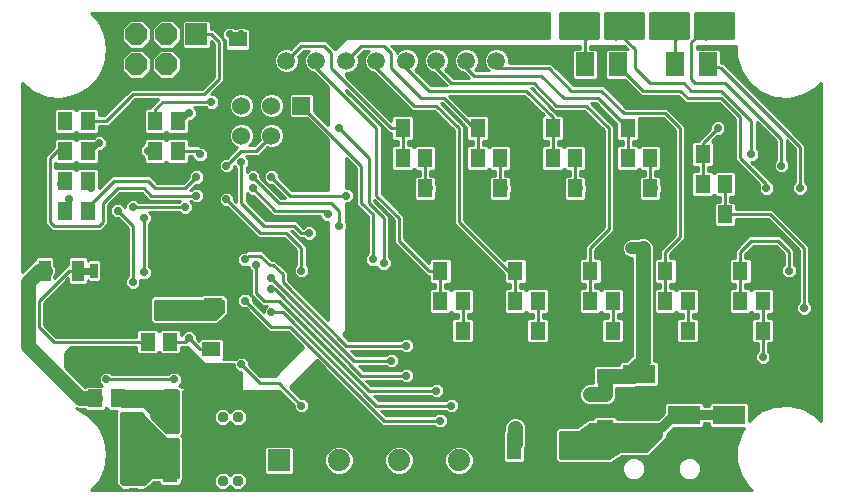
<source format=gbl>
G75*
G70*
%OFA0B0*%
%FSLAX24Y24*%
%IPPOS*%
%LPD*%
%AMOC8*
5,1,8,0,0,1.08239X$1,22.5*
%
%ADD10R,0.0512X0.0630*%
%ADD11R,0.0512X0.0591*%
%ADD12R,0.0630X0.0787*%
%ADD13R,0.0600X0.0600*%
%ADD14C,0.0600*%
%ADD15C,0.0594*%
%ADD16R,0.0740X0.0740*%
%ADD17OC8,0.0740*%
%ADD18C,0.0740*%
%ADD19R,0.0394X0.0709*%
%ADD20R,0.0591X0.0512*%
%ADD21R,0.0630X0.0512*%
%ADD22R,0.0250X0.0500*%
%ADD23R,0.0480X0.0880*%
%ADD24R,0.1417X0.0866*%
%ADD25R,0.1063X0.0630*%
%ADD26R,0.0579X0.0500*%
%ADD27C,0.0650*%
%ADD28OC8,0.0278*%
%ADD29C,0.0320*%
%ADD30OC8,0.0357*%
%ADD31C,0.0100*%
%ADD32C,0.0160*%
%ADD33C,0.0560*%
%ADD34C,0.0500*%
%ADD35C,0.0400*%
%ADD36C,0.0240*%
D10*
X017276Y009650D03*
X018024Y009650D03*
X018024Y010650D03*
X017276Y010650D03*
X019776Y010650D03*
X020524Y010650D03*
X020524Y009650D03*
X019776Y009650D03*
X022276Y009650D03*
X023024Y009650D03*
X023024Y010650D03*
X022276Y010650D03*
X024776Y010650D03*
X025524Y010650D03*
X025524Y009650D03*
X024776Y009650D03*
X027276Y009650D03*
X028024Y009650D03*
X028024Y010650D03*
X027276Y010650D03*
X026774Y013525D03*
X026026Y013525D03*
X026026Y014525D03*
X026774Y014525D03*
X024274Y014400D03*
X023526Y014400D03*
X023526Y015400D03*
X024274Y015400D03*
X021774Y015400D03*
X021026Y015400D03*
X021026Y014400D03*
X021774Y014400D03*
X019274Y014400D03*
X018526Y014400D03*
X018526Y015400D03*
X019274Y015400D03*
X016774Y015400D03*
X016026Y015400D03*
X016026Y014400D03*
X016774Y014400D03*
X008524Y014650D03*
X007776Y014650D03*
X007776Y015650D03*
X008524Y015650D03*
X005524Y015650D03*
X004776Y015650D03*
X004776Y014650D03*
X005524Y014650D03*
X005524Y013650D03*
X004776Y013650D03*
X004776Y012650D03*
X005524Y012650D03*
D11*
X007526Y008275D03*
X008274Y008275D03*
X008315Y006400D03*
X008985Y006400D03*
X008985Y005650D03*
X008315Y005650D03*
X008276Y004775D03*
X009024Y004775D03*
X009024Y003900D03*
X008276Y003900D03*
X006524Y006400D03*
X005776Y006400D03*
X016026Y013400D03*
X016774Y013400D03*
X018526Y013400D03*
X019274Y013400D03*
X021026Y013400D03*
X021774Y013400D03*
X023526Y013400D03*
X024274Y013400D03*
X026026Y012525D03*
X026774Y012525D03*
X027276Y008650D03*
X028024Y008650D03*
X025524Y008650D03*
X024776Y008650D03*
X023024Y008650D03*
X022276Y008650D03*
X020524Y008650D03*
X019776Y008650D03*
X018024Y008650D03*
X017276Y008650D03*
D12*
X022099Y017525D03*
X023201Y017525D03*
X025099Y017525D03*
X026201Y017525D03*
D13*
X012650Y016150D03*
D14*
X011650Y016150D03*
X010650Y016150D03*
X010650Y015150D03*
X011650Y015150D03*
X012650Y015150D03*
D15*
X012150Y017650D03*
X013150Y017650D03*
X014150Y017650D03*
X015150Y017650D03*
X016150Y017650D03*
X017150Y017650D03*
X018150Y017650D03*
X019150Y017650D03*
X019150Y018650D03*
X018150Y018650D03*
X017150Y018650D03*
X016150Y018650D03*
X015150Y018650D03*
X014150Y018650D03*
X013150Y018650D03*
X012150Y018650D03*
D16*
X009150Y018525D03*
X011900Y004325D03*
D17*
X009150Y017525D03*
X008150Y017525D03*
X007150Y017525D03*
X007150Y018525D03*
X008150Y018525D03*
D18*
X012900Y004225D03*
X013900Y004325D03*
X014900Y004225D03*
X015900Y004325D03*
X016900Y004225D03*
X017900Y004325D03*
X018900Y004225D03*
D19*
X005201Y010650D03*
X004099Y010650D03*
D20*
X009650Y008024D03*
X009650Y007276D03*
X022650Y004610D03*
X022650Y003940D03*
X010525Y017690D03*
X010525Y018360D03*
X020275Y018610D03*
X020275Y017940D03*
D21*
X009713Y010294D03*
X009713Y009506D03*
D22*
X006062Y010650D03*
X005738Y010650D03*
D23*
X019740Y004805D03*
X020650Y004805D03*
X021560Y004805D03*
D24*
X020650Y007245D03*
D25*
X023900Y007201D03*
X025400Y006951D03*
X023900Y006099D03*
X025400Y005849D03*
X026900Y005849D03*
X026900Y006951D03*
X008338Y009349D03*
X008338Y010451D03*
D26*
X022775Y007121D03*
X022775Y005429D03*
D27*
X023142Y018650D03*
X022158Y018650D03*
X025158Y018650D03*
X026142Y018650D03*
D28*
X026525Y015400D03*
X027650Y014525D03*
X028650Y014150D03*
X028150Y013400D03*
X029275Y013400D03*
X028900Y010650D03*
X029400Y009400D03*
X028650Y008525D03*
X028025Y007775D03*
X025900Y007900D03*
X025650Y008650D03*
X023400Y007900D03*
X023150Y008650D03*
X020900Y007900D03*
X020650Y008650D03*
X018400Y007900D03*
X018150Y008650D03*
X016525Y008650D03*
X016150Y008150D03*
X015650Y007650D03*
X016150Y007150D03*
X017150Y006650D03*
X017650Y006150D03*
X017275Y005650D03*
X012650Y006150D03*
X011525Y007400D03*
X011525Y007775D03*
X010650Y007525D03*
X009400Y006463D03*
X009400Y006150D03*
X009400Y005838D03*
X007900Y005838D03*
X007900Y006150D03*
X007900Y006463D03*
X008400Y007025D03*
X008900Y008400D03*
X008838Y009150D03*
X009150Y009150D03*
X008525Y009150D03*
X008275Y009400D03*
X007963Y009400D03*
X007275Y008900D03*
X007025Y010275D03*
X007400Y010588D03*
X007400Y012400D03*
X007025Y012775D03*
X006525Y012650D03*
X005650Y013400D03*
X004900Y013025D03*
X004650Y013525D03*
X005900Y014900D03*
X007025Y014150D03*
X007525Y014650D03*
X009275Y014525D03*
X009150Y013775D03*
X009150Y013150D03*
X008775Y012775D03*
X008150Y012400D03*
X010150Y013025D03*
X011025Y013400D03*
X011025Y013775D03*
X010650Y014275D03*
X010150Y014150D03*
X011650Y013775D03*
X012525Y013525D03*
X013525Y012525D03*
X013900Y012150D03*
X012900Y011900D03*
X012150Y011213D03*
X012650Y010650D03*
X011650Y010400D03*
X011650Y010025D03*
X011650Y009275D03*
X010775Y009650D03*
X011150Y010838D03*
X010775Y011025D03*
X014150Y013150D03*
X014275Y013650D03*
X014275Y014025D03*
X013900Y015400D03*
X016900Y013400D03*
X017150Y012650D03*
X019400Y013400D03*
X019650Y012650D03*
X021900Y013400D03*
X022150Y012650D03*
X024400Y013400D03*
X024650Y012650D03*
X015400Y010900D03*
X015025Y011025D03*
X008900Y015900D03*
X009650Y016275D03*
X010275Y017525D03*
X010650Y017525D03*
X010650Y018525D03*
X010275Y018525D03*
X004775Y015775D03*
X004650Y009900D03*
X004275Y008900D03*
X005150Y007275D03*
X005525Y007275D03*
X006150Y007025D03*
D29*
X008150Y006400D02*
X008315Y006400D01*
X008985Y006400D02*
X009275Y006400D01*
X009400Y006463D01*
X009400Y006150D01*
X009400Y005838D01*
X009275Y005650D01*
X008985Y005650D01*
X009024Y004775D02*
X009525Y004775D01*
X009650Y004650D01*
X009024Y004775D02*
X009024Y003900D01*
X009400Y007150D02*
X009526Y007276D01*
X009650Y007276D01*
X019775Y005400D02*
X019810Y005115D01*
X019740Y004805D01*
X023695Y007121D02*
X023900Y007201D01*
X025099Y005849D02*
X024650Y005400D01*
X024150Y005400D01*
X025099Y005849D02*
X025400Y005849D01*
X025400Y005900D01*
X025599Y005849D01*
X026900Y005849D01*
D30*
X026150Y006650D03*
X025650Y006650D03*
X025150Y006650D03*
X024150Y005400D03*
X023650Y005400D03*
X023525Y006025D03*
X023025Y006025D03*
X022775Y006525D03*
X022275Y006525D03*
X021025Y005900D03*
X020525Y005900D03*
X019775Y005400D03*
X019775Y004900D03*
X010525Y005775D03*
X010025Y005775D03*
X007275Y005775D03*
X006775Y005775D03*
X006775Y003650D03*
X007275Y003650D03*
X010025Y003650D03*
X010525Y003650D03*
X023650Y011400D03*
X024025Y011400D03*
D31*
X005888Y003596D02*
X005633Y003320D01*
X027669Y003320D01*
X027565Y003403D01*
X027565Y003403D01*
X027288Y003809D01*
X027143Y004279D01*
X027143Y004771D01*
X027288Y005241D01*
X027288Y005241D01*
X027406Y005414D01*
X026319Y005414D01*
X026249Y005484D01*
X026249Y005569D01*
X026051Y005569D01*
X026051Y005484D01*
X025981Y005414D01*
X025060Y005414D01*
X024887Y005241D01*
X024887Y005241D01*
X024820Y005174D01*
X024820Y005080D01*
X024320Y004580D01*
X024220Y004480D01*
X023326Y004480D01*
X023065Y004306D01*
X023065Y004304D01*
X022995Y004234D01*
X022974Y004234D01*
X022970Y004230D01*
X022951Y004230D01*
X022936Y004219D01*
X022883Y004230D01*
X021205Y004230D01*
X021105Y004330D01*
X021105Y005345D01*
X021205Y005445D01*
X021849Y005445D01*
X022167Y005657D01*
X022205Y005695D01*
X022224Y005695D01*
X022239Y005706D01*
X022292Y005695D01*
X022366Y005695D01*
X022366Y005728D01*
X022436Y005799D01*
X023114Y005799D01*
X023184Y005728D01*
X023184Y005695D01*
X023523Y005695D01*
X023526Y005698D01*
X023774Y005698D01*
X023777Y005695D01*
X024023Y005695D01*
X024026Y005698D01*
X024274Y005698D01*
X024277Y005695D01*
X024549Y005695D01*
X024749Y005894D01*
X024749Y006213D01*
X024819Y006284D01*
X025981Y006284D01*
X026051Y006213D01*
X026051Y006129D01*
X026249Y006129D01*
X026249Y006213D01*
X026319Y006284D01*
X027481Y006284D01*
X027551Y006213D01*
X027551Y005627D01*
X027565Y005647D01*
X027565Y005647D01*
X027950Y005954D01*
X027950Y005954D01*
X028408Y006134D01*
X028408Y006134D01*
X028898Y006170D01*
X028898Y006170D01*
X029378Y006061D01*
X029378Y006061D01*
X029804Y005815D01*
X029804Y005815D01*
X029972Y005634D01*
X029972Y016916D01*
X029804Y016735D01*
X029804Y016735D01*
X029804Y016735D01*
X029378Y016489D01*
X029378Y016489D01*
X028898Y016380D01*
X028898Y016380D01*
X028408Y016416D01*
X028408Y016416D01*
X027950Y016596D01*
X027950Y016596D01*
X027565Y016903D01*
X027565Y016903D01*
X027565Y016903D01*
X027288Y017309D01*
X027288Y017309D01*
X027143Y017779D01*
X027143Y018150D01*
X025820Y018150D01*
X025820Y018022D01*
X025837Y018039D01*
X026566Y018039D01*
X026636Y017968D01*
X026636Y017580D01*
X026673Y017570D01*
X026720Y017570D01*
X026739Y017552D01*
X026763Y017545D01*
X026787Y017504D01*
X029345Y014945D01*
X029345Y014945D01*
X029445Y014845D01*
X029445Y013596D01*
X029534Y013507D01*
X029534Y013293D01*
X029382Y013141D01*
X029168Y013141D01*
X029016Y013293D01*
X029016Y013507D01*
X029105Y013596D01*
X029105Y014705D01*
X028820Y014990D01*
X028820Y014346D01*
X028909Y014257D01*
X028909Y014043D01*
X028757Y013891D01*
X028543Y013891D01*
X028391Y014043D01*
X028391Y014257D01*
X028480Y014346D01*
X028480Y014955D01*
X027820Y015615D01*
X027820Y014721D01*
X027909Y014632D01*
X027909Y014418D01*
X027757Y014266D01*
X027649Y014266D01*
X028256Y013659D01*
X028257Y013659D01*
X028409Y013507D01*
X028409Y013293D01*
X028257Y013141D01*
X028043Y013141D01*
X027891Y013293D01*
X027891Y013507D01*
X027909Y013525D01*
X027205Y014230D01*
X027105Y014330D01*
X027105Y015705D01*
X026580Y016230D01*
X025455Y016230D01*
X025205Y016480D01*
X023955Y016480D01*
X023855Y016580D01*
X023423Y017011D01*
X022837Y017011D01*
X022766Y017082D01*
X022766Y017968D01*
X022837Y018039D01*
X023521Y018039D01*
X023410Y018150D01*
X022269Y018150D01*
X022269Y018039D01*
X022463Y018039D01*
X022534Y017968D01*
X022534Y017082D01*
X022463Y017011D01*
X021734Y017011D01*
X021664Y017082D01*
X021664Y017968D01*
X021734Y018039D01*
X021929Y018039D01*
X021929Y018150D01*
X015640Y018150D01*
X015720Y018070D01*
X015820Y017970D01*
X015820Y017910D01*
X015914Y018003D01*
X016067Y018067D01*
X016233Y018067D01*
X016386Y018003D01*
X016503Y017886D01*
X016567Y017733D01*
X016567Y017567D01*
X016503Y017414D01*
X016440Y017350D01*
X016970Y016820D01*
X017490Y016820D01*
X017480Y016830D01*
X017076Y017233D01*
X017067Y017233D01*
X016914Y017297D01*
X016797Y017414D01*
X016733Y017567D01*
X016733Y017733D01*
X016797Y017886D01*
X016914Y018003D01*
X017067Y018067D01*
X017233Y018067D01*
X017386Y018003D01*
X017503Y017886D01*
X017567Y017733D01*
X017567Y017567D01*
X017503Y017414D01*
X017440Y017350D01*
X017720Y017070D01*
X018240Y017070D01*
X018230Y017080D01*
X018076Y017233D01*
X018067Y017233D01*
X017914Y017297D01*
X017797Y017414D01*
X017733Y017567D01*
X017733Y017733D01*
X017797Y017886D01*
X017914Y018003D01*
X018067Y018067D01*
X018233Y018067D01*
X018386Y018003D01*
X018503Y017886D01*
X018567Y017733D01*
X018567Y017567D01*
X018503Y017414D01*
X018440Y017350D01*
X018470Y017320D01*
X018890Y017320D01*
X018797Y017414D01*
X018733Y017567D01*
X018733Y017733D01*
X018797Y017886D01*
X018914Y018003D01*
X019067Y018067D01*
X019233Y018067D01*
X019386Y018003D01*
X019503Y017886D01*
X019567Y017733D01*
X019567Y017570D01*
X020970Y017570D01*
X021070Y017470D01*
X021720Y016820D01*
X022720Y016820D01*
X023470Y016070D01*
X024845Y016070D01*
X024945Y015970D01*
X025445Y015470D01*
X025445Y011705D01*
X024945Y011205D01*
X024945Y011085D01*
X025082Y011085D01*
X025152Y011015D01*
X025152Y010285D01*
X025082Y010215D01*
X024945Y010215D01*
X024945Y010085D01*
X025082Y010085D01*
X025150Y010017D01*
X025218Y010085D01*
X025830Y010085D01*
X025900Y010015D01*
X025900Y009285D01*
X025830Y009215D01*
X025694Y009215D01*
X025694Y009065D01*
X025830Y009065D01*
X025900Y008995D01*
X025900Y008766D01*
X025909Y008757D01*
X025909Y008543D01*
X025900Y008534D01*
X025900Y008305D01*
X025830Y008235D01*
X025218Y008235D01*
X025148Y008305D01*
X025148Y008995D01*
X025218Y009065D01*
X025354Y009065D01*
X025354Y009215D01*
X025218Y009215D01*
X025150Y009283D01*
X025082Y009215D01*
X024470Y009215D01*
X024400Y009285D01*
X024400Y010015D01*
X024470Y010085D01*
X024605Y010085D01*
X024605Y010215D01*
X024470Y010215D01*
X024400Y010285D01*
X024400Y011015D01*
X024470Y011085D01*
X024605Y011085D01*
X024605Y011345D01*
X024705Y011445D01*
X025105Y011845D01*
X025105Y015330D01*
X024705Y015730D01*
X023902Y015730D01*
X023902Y015035D01*
X023832Y014965D01*
X023696Y014965D01*
X023696Y014835D01*
X023832Y014835D01*
X023900Y014767D01*
X023968Y014835D01*
X024580Y014835D01*
X024650Y014765D01*
X024650Y014035D01*
X024580Y013965D01*
X024444Y013965D01*
X024444Y013815D01*
X024580Y013815D01*
X024650Y013745D01*
X024650Y013516D01*
X024659Y013507D01*
X024659Y013293D01*
X024650Y013284D01*
X024650Y013055D01*
X024580Y012985D01*
X023968Y012985D01*
X023898Y013055D01*
X023898Y013745D01*
X023968Y013815D01*
X024104Y013815D01*
X024104Y013965D01*
X023968Y013965D01*
X023900Y014033D01*
X023832Y013965D01*
X023220Y013965D01*
X023150Y014035D01*
X023150Y014765D01*
X023220Y014835D01*
X023356Y014835D01*
X023356Y014965D01*
X023220Y014965D01*
X023150Y015035D01*
X023150Y015535D01*
X022456Y016230D01*
X022310Y016230D01*
X022970Y015570D01*
X023070Y015470D01*
X023070Y011955D01*
X022446Y011331D01*
X022446Y011085D01*
X022582Y011085D01*
X022652Y011015D01*
X022652Y010285D01*
X022582Y010215D01*
X022446Y010215D01*
X022446Y010085D01*
X022582Y010085D01*
X022650Y010017D01*
X022718Y010085D01*
X023330Y010085D01*
X023400Y010015D01*
X023400Y009285D01*
X023330Y009215D01*
X023194Y009215D01*
X023194Y009065D01*
X023330Y009065D01*
X023400Y008995D01*
X023400Y008766D01*
X023409Y008757D01*
X023409Y008543D01*
X023400Y008534D01*
X023400Y008305D01*
X023330Y008235D01*
X022718Y008235D01*
X022648Y008305D01*
X022648Y008995D01*
X022718Y009065D01*
X022854Y009065D01*
X022854Y009215D01*
X022718Y009215D01*
X022650Y009283D01*
X022582Y009215D01*
X021970Y009215D01*
X021900Y009285D01*
X021900Y010015D01*
X021970Y010085D01*
X022106Y010085D01*
X022106Y010215D01*
X021970Y010215D01*
X021900Y010285D01*
X021900Y011015D01*
X021970Y011085D01*
X022106Y011085D01*
X022106Y011329D01*
X022105Y011330D01*
X022105Y011470D01*
X022205Y011570D01*
X022730Y012095D01*
X022730Y015330D01*
X022080Y015980D01*
X021080Y015980D01*
X020980Y016080D01*
X020330Y016730D01*
X020310Y016730D01*
X020320Y016720D01*
X020320Y016720D01*
X021096Y015944D01*
X021096Y015944D01*
X021196Y015844D01*
X021196Y015835D01*
X021332Y015835D01*
X021402Y015765D01*
X021402Y015035D01*
X021332Y014965D01*
X021195Y014965D01*
X021195Y014835D01*
X021332Y014835D01*
X021400Y014767D01*
X021468Y014835D01*
X022080Y014835D01*
X022150Y014765D01*
X022150Y014035D01*
X022080Y013965D01*
X021944Y013965D01*
X021944Y013815D01*
X022080Y013815D01*
X022150Y013745D01*
X022150Y013516D01*
X022159Y013507D01*
X022159Y013293D01*
X022150Y013284D01*
X022150Y013055D01*
X022080Y012985D01*
X021468Y012985D01*
X021398Y013055D01*
X021398Y013745D01*
X021468Y013815D01*
X021604Y013815D01*
X021604Y013965D01*
X021468Y013965D01*
X021400Y014033D01*
X021332Y013965D01*
X020720Y013965D01*
X020650Y014035D01*
X020650Y014765D01*
X020720Y014835D01*
X020855Y014835D01*
X020855Y014965D01*
X020720Y014965D01*
X020650Y015035D01*
X020650Y015765D01*
X020720Y015835D01*
X020725Y015835D01*
X020080Y016480D01*
X017560Y016480D01*
X018213Y015828D01*
X018220Y015835D01*
X018832Y015835D01*
X018902Y015765D01*
X018902Y015035D01*
X018832Y014965D01*
X018696Y014965D01*
X018696Y014835D01*
X018832Y014835D01*
X018900Y014767D01*
X018968Y014835D01*
X019580Y014835D01*
X019650Y014765D01*
X019650Y014035D01*
X019580Y013965D01*
X019444Y013965D01*
X019444Y013815D01*
X019580Y013815D01*
X019650Y013745D01*
X019650Y013516D01*
X019659Y013507D01*
X019659Y013293D01*
X019650Y013284D01*
X019650Y013055D01*
X019580Y012985D01*
X018968Y012985D01*
X018898Y013055D01*
X018898Y013745D01*
X018968Y013815D01*
X019104Y013815D01*
X019104Y013965D01*
X018968Y013965D01*
X018900Y014033D01*
X018832Y013965D01*
X018220Y013965D01*
X018150Y014035D01*
X018150Y014765D01*
X018220Y014835D01*
X018356Y014835D01*
X018356Y014965D01*
X018220Y014965D01*
X018150Y015035D01*
X018150Y015410D01*
X018040Y015520D01*
X017998Y015548D01*
X017995Y015565D01*
X017330Y016230D01*
X017310Y016230D01*
X017970Y015570D01*
X018070Y015470D01*
X018070Y012345D01*
X019400Y011015D01*
X019470Y011085D01*
X020082Y011085D01*
X020152Y011015D01*
X020152Y010285D01*
X020082Y010215D01*
X019946Y010215D01*
X019946Y010085D01*
X020082Y010085D01*
X020150Y010017D01*
X020218Y010085D01*
X020830Y010085D01*
X020900Y010015D01*
X020900Y009285D01*
X020830Y009215D01*
X020694Y009215D01*
X020694Y009065D01*
X020830Y009065D01*
X020900Y008995D01*
X020900Y008766D01*
X020909Y008757D01*
X020909Y008543D01*
X020900Y008534D01*
X020900Y008305D01*
X020830Y008235D01*
X020218Y008235D01*
X020148Y008305D01*
X020148Y008995D01*
X020218Y009065D01*
X020354Y009065D01*
X020354Y009215D01*
X020218Y009215D01*
X020150Y009283D01*
X020082Y009215D01*
X019470Y009215D01*
X019400Y009285D01*
X019400Y010015D01*
X019470Y010085D01*
X019606Y010085D01*
X019606Y010215D01*
X019470Y010215D01*
X019400Y010285D01*
X019400Y010535D01*
X019355Y010580D01*
X017730Y012205D01*
X017730Y015330D01*
X017080Y015980D01*
X016330Y015980D01*
X015080Y017230D01*
X015076Y017233D01*
X015067Y017233D01*
X014914Y017297D01*
X014797Y017414D01*
X014733Y017567D01*
X014733Y017733D01*
X014797Y017886D01*
X014890Y017980D01*
X014720Y017980D01*
X014539Y017799D01*
X014567Y017733D01*
X014567Y017567D01*
X014503Y017414D01*
X014386Y017297D01*
X014233Y017233D01*
X014150Y017233D01*
X014150Y017140D01*
X015650Y015640D01*
X015650Y015765D01*
X015720Y015835D01*
X016332Y015835D01*
X016402Y015765D01*
X016402Y015035D01*
X016332Y014965D01*
X016196Y014965D01*
X016196Y014835D01*
X016332Y014835D01*
X016400Y014767D01*
X016468Y014835D01*
X017080Y014835D01*
X017150Y014765D01*
X017150Y014035D01*
X017080Y013965D01*
X016944Y013965D01*
X016944Y013815D01*
X017080Y013815D01*
X017150Y013745D01*
X017150Y013516D01*
X017159Y013507D01*
X017159Y013293D01*
X017150Y013284D01*
X017150Y013055D01*
X017080Y012985D01*
X016468Y012985D01*
X016398Y013055D01*
X016398Y013745D01*
X016468Y013815D01*
X016604Y013815D01*
X016604Y013965D01*
X016468Y013965D01*
X016400Y014033D01*
X016332Y013965D01*
X015720Y013965D01*
X015650Y014035D01*
X015650Y014765D01*
X015720Y014835D01*
X015856Y014835D01*
X015856Y014965D01*
X015720Y014965D01*
X015650Y015035D01*
X015650Y015230D01*
X015580Y015230D01*
X015480Y015330D01*
X014150Y016660D01*
X014150Y016640D01*
X015220Y015570D01*
X015220Y015570D01*
X015320Y015470D01*
X015320Y013220D01*
X015970Y012570D01*
X016070Y012470D01*
X016070Y011720D01*
X016900Y010890D01*
X016900Y011015D01*
X016970Y011085D01*
X017582Y011085D01*
X017652Y011015D01*
X017652Y010285D01*
X017582Y010215D01*
X017446Y010215D01*
X017446Y010085D01*
X017582Y010085D01*
X017650Y010017D01*
X017718Y010085D01*
X018330Y010085D01*
X018400Y010015D01*
X018400Y009285D01*
X018330Y009215D01*
X018194Y009215D01*
X018194Y009065D01*
X018330Y009065D01*
X018400Y008995D01*
X018400Y008766D01*
X018409Y008757D01*
X018409Y008543D01*
X018400Y008534D01*
X018400Y008305D01*
X018330Y008235D01*
X017718Y008235D01*
X017648Y008305D01*
X017648Y008995D01*
X017718Y009065D01*
X017854Y009065D01*
X017854Y009215D01*
X017718Y009215D01*
X017650Y009283D01*
X017582Y009215D01*
X016970Y009215D01*
X016900Y009285D01*
X016900Y010015D01*
X016970Y010085D01*
X017106Y010085D01*
X017106Y010215D01*
X016970Y010215D01*
X016900Y010285D01*
X016900Y010480D01*
X016830Y010480D01*
X016730Y010580D01*
X015730Y011580D01*
X015730Y012330D01*
X015070Y012990D01*
X015070Y012970D01*
X015570Y012470D01*
X015570Y011096D01*
X015659Y011007D01*
X015659Y010793D01*
X015507Y010641D01*
X015293Y010641D01*
X015150Y010784D01*
X015132Y010766D01*
X014918Y010766D01*
X014766Y010918D01*
X014766Y011132D01*
X014855Y011221D01*
X014855Y012455D01*
X014580Y012730D01*
X014480Y012830D01*
X014480Y014080D01*
X014150Y014410D01*
X014150Y013409D01*
X014257Y013409D01*
X014409Y013257D01*
X014409Y013043D01*
X014257Y012891D01*
X014150Y012891D01*
X014150Y012266D01*
X014159Y012257D01*
X014159Y012043D01*
X014150Y012034D01*
X014150Y008650D01*
X014020Y008520D01*
X014220Y008320D01*
X015954Y008320D01*
X016043Y008409D01*
X016257Y008409D01*
X016409Y008257D01*
X016409Y008043D01*
X016257Y007891D01*
X016043Y007891D01*
X015954Y007980D01*
X014310Y007980D01*
X014470Y007820D01*
X015454Y007820D01*
X015543Y007909D01*
X015757Y007909D01*
X015909Y007757D01*
X015909Y007543D01*
X015757Y007391D01*
X015543Y007391D01*
X015454Y007480D01*
X014560Y007480D01*
X014720Y007320D01*
X015954Y007320D01*
X016043Y007409D01*
X016257Y007409D01*
X016409Y007257D01*
X016409Y007043D01*
X016257Y006891D01*
X016043Y006891D01*
X015954Y006980D01*
X014810Y006980D01*
X014970Y006820D01*
X016954Y006820D01*
X017043Y006909D01*
X017257Y006909D01*
X017409Y006757D01*
X017409Y006543D01*
X017257Y006391D01*
X017043Y006391D01*
X016954Y006480D01*
X015060Y006480D01*
X015220Y006320D01*
X017454Y006320D01*
X017543Y006409D01*
X017757Y006409D01*
X017909Y006257D01*
X017909Y006043D01*
X017757Y005891D01*
X017543Y005891D01*
X017454Y005980D01*
X015310Y005980D01*
X015470Y005820D01*
X017079Y005820D01*
X017168Y005909D01*
X017382Y005909D01*
X017534Y005757D01*
X017534Y005543D01*
X017382Y005391D01*
X017168Y005391D01*
X017079Y005480D01*
X015330Y005480D01*
X015230Y005580D01*
X013155Y007655D01*
X012270Y006770D01*
X012631Y006409D01*
X012757Y006409D01*
X012909Y006257D01*
X012909Y006043D01*
X012757Y005891D01*
X012543Y005891D01*
X012391Y006043D01*
X012391Y006169D01*
X011910Y006650D01*
X008695Y006650D01*
X008695Y005205D01*
X008640Y005150D01*
X008695Y005095D01*
X008695Y003705D01*
X008652Y003661D01*
X008652Y003555D01*
X008582Y003485D01*
X007970Y003485D01*
X007900Y003555D01*
X007900Y003605D01*
X007720Y003605D01*
X007570Y003455D01*
X007470Y003355D01*
X007402Y003355D01*
X007399Y003352D01*
X007151Y003352D01*
X007148Y003355D01*
X006902Y003355D01*
X006899Y003352D01*
X006651Y003352D01*
X006477Y003526D01*
X006477Y003774D01*
X006480Y003777D01*
X006480Y005648D01*
X006477Y005651D01*
X006477Y005899D01*
X006480Y005902D01*
X006480Y005970D01*
X006494Y005985D01*
X006218Y005985D01*
X006150Y006053D01*
X006082Y005985D01*
X005470Y005985D01*
X005425Y006030D01*
X005201Y006030D01*
X005131Y006059D01*
X005554Y005815D01*
X005554Y005815D01*
X005888Y005454D01*
X005888Y005454D01*
X006102Y005011D01*
X006102Y005011D01*
X006175Y004525D01*
X006102Y004039D01*
X006102Y004039D01*
X005888Y003596D01*
X005888Y003596D01*
X005911Y003643D02*
X006477Y003643D01*
X006477Y003741D02*
X005958Y003741D01*
X006006Y003840D02*
X006480Y003840D01*
X006480Y003938D02*
X006053Y003938D01*
X006101Y004037D02*
X006480Y004037D01*
X006480Y004135D02*
X006116Y004135D01*
X006131Y004234D02*
X006480Y004234D01*
X006480Y004332D02*
X006146Y004332D01*
X006161Y004431D02*
X006480Y004431D01*
X006480Y004529D02*
X006174Y004529D01*
X006160Y004628D02*
X006480Y004628D01*
X006480Y004726D02*
X006145Y004726D01*
X006130Y004825D02*
X006480Y004825D01*
X006480Y004923D02*
X006115Y004923D01*
X006097Y005022D02*
X006480Y005022D01*
X006480Y005120D02*
X006049Y005120D01*
X006002Y005219D02*
X006480Y005219D01*
X006480Y005317D02*
X005954Y005317D01*
X005907Y005416D02*
X006480Y005416D01*
X006480Y005514D02*
X005833Y005514D01*
X005742Y005613D02*
X006480Y005613D01*
X006477Y005711D02*
X005650Y005711D01*
X005559Y005810D02*
X006477Y005810D01*
X006480Y005908D02*
X005393Y005908D01*
X005449Y006007D02*
X005222Y006007D01*
X006103Y006007D02*
X006197Y006007D01*
X006650Y005900D02*
X007275Y005900D01*
X008150Y005025D01*
X008525Y005025D01*
X008525Y003775D01*
X007650Y003775D01*
X007400Y003525D01*
X006775Y003525D01*
X006650Y003650D01*
X006650Y005900D01*
X006650Y005810D02*
X007365Y005810D01*
X007464Y005711D02*
X006650Y005711D01*
X006650Y005613D02*
X007562Y005613D01*
X007661Y005514D02*
X006650Y005514D01*
X006650Y005416D02*
X007759Y005416D01*
X007858Y005317D02*
X006650Y005317D01*
X006650Y005219D02*
X007956Y005219D01*
X008055Y005120D02*
X006650Y005120D01*
X006650Y005022D02*
X008525Y005022D01*
X008525Y004923D02*
X006650Y004923D01*
X006650Y004825D02*
X008525Y004825D01*
X008525Y004726D02*
X006650Y004726D01*
X006650Y004628D02*
X008525Y004628D01*
X008525Y004529D02*
X006650Y004529D01*
X006650Y004431D02*
X008525Y004431D01*
X008525Y004332D02*
X006650Y004332D01*
X006650Y004234D02*
X008525Y004234D01*
X008525Y004135D02*
X006650Y004135D01*
X006650Y004037D02*
X008525Y004037D01*
X008525Y003938D02*
X006650Y003938D01*
X006650Y003840D02*
X008525Y003840D01*
X008695Y003840D02*
X009792Y003840D01*
X009727Y003774D02*
X009727Y003526D01*
X009901Y003352D01*
X010149Y003352D01*
X010275Y003478D01*
X010401Y003352D01*
X010649Y003352D01*
X010823Y003526D01*
X010823Y003774D01*
X010649Y003948D01*
X010401Y003948D01*
X010275Y003822D01*
X010149Y003948D01*
X009901Y003948D01*
X009727Y003774D01*
X009727Y003741D02*
X008695Y003741D01*
X008652Y003643D02*
X009727Y003643D01*
X009727Y003544D02*
X008641Y003544D01*
X008695Y003938D02*
X009891Y003938D01*
X010159Y003938D02*
X010391Y003938D01*
X010292Y003840D02*
X010258Y003840D01*
X010659Y003938D02*
X011410Y003938D01*
X011410Y003905D02*
X011480Y003835D01*
X012320Y003835D01*
X012390Y003905D01*
X012390Y004745D01*
X012320Y004815D01*
X011480Y004815D01*
X011410Y004745D01*
X011410Y003905D01*
X011476Y003840D02*
X010758Y003840D01*
X010823Y003741D02*
X023481Y003741D01*
X023506Y003716D02*
X023648Y003657D01*
X023802Y003657D01*
X023944Y003716D01*
X024052Y003825D01*
X024111Y003967D01*
X024111Y004121D01*
X024052Y004263D01*
X023944Y004371D01*
X023802Y004430D01*
X023648Y004430D01*
X023506Y004371D01*
X023397Y004263D01*
X023338Y004121D01*
X023338Y003967D01*
X023397Y003825D01*
X023506Y003716D01*
X023391Y003840D02*
X018008Y003840D01*
X017997Y003835D02*
X018178Y003910D01*
X018315Y004047D01*
X018390Y004228D01*
X018390Y004422D01*
X018315Y004603D01*
X018178Y004740D01*
X017997Y004815D01*
X017803Y004815D01*
X017622Y004740D01*
X017485Y004603D01*
X017410Y004422D01*
X017410Y004228D01*
X017485Y004047D01*
X017622Y003910D01*
X017803Y003835D01*
X017997Y003835D01*
X017792Y003840D02*
X016008Y003840D01*
X015997Y003835D02*
X016178Y003910D01*
X016315Y004047D01*
X016390Y004228D01*
X016390Y004422D01*
X016315Y004603D01*
X016178Y004740D01*
X015997Y004815D01*
X015803Y004815D01*
X015622Y004740D01*
X015485Y004603D01*
X015410Y004422D01*
X015410Y004228D01*
X015485Y004047D01*
X015622Y003910D01*
X015803Y003835D01*
X015997Y003835D01*
X015792Y003840D02*
X014008Y003840D01*
X013997Y003835D02*
X014178Y003910D01*
X014315Y004047D01*
X014390Y004228D01*
X014390Y004422D01*
X014315Y004603D01*
X014178Y004740D01*
X013997Y004815D01*
X013803Y004815D01*
X013622Y004740D01*
X013485Y004603D01*
X013410Y004422D01*
X013410Y004228D01*
X013485Y004047D01*
X013622Y003910D01*
X013803Y003835D01*
X013997Y003835D01*
X013792Y003840D02*
X012324Y003840D01*
X012390Y003938D02*
X013594Y003938D01*
X013496Y004037D02*
X012390Y004037D01*
X012390Y004135D02*
X013448Y004135D01*
X013410Y004234D02*
X012390Y004234D01*
X012390Y004332D02*
X013410Y004332D01*
X013413Y004431D02*
X012390Y004431D01*
X012390Y004529D02*
X013454Y004529D01*
X013510Y004628D02*
X012390Y004628D01*
X012390Y004726D02*
X013608Y004726D01*
X014192Y004726D02*
X015608Y004726D01*
X015510Y004628D02*
X014290Y004628D01*
X014346Y004529D02*
X015454Y004529D01*
X015413Y004431D02*
X014387Y004431D01*
X014390Y004332D02*
X015410Y004332D01*
X015410Y004234D02*
X014390Y004234D01*
X014352Y004135D02*
X015448Y004135D01*
X015496Y004037D02*
X014304Y004037D01*
X014206Y003938D02*
X015594Y003938D01*
X016206Y003938D02*
X017594Y003938D01*
X017496Y004037D02*
X016304Y004037D01*
X016352Y004135D02*
X017448Y004135D01*
X017410Y004234D02*
X016390Y004234D01*
X016390Y004332D02*
X017410Y004332D01*
X017413Y004431D02*
X016387Y004431D01*
X016346Y004529D02*
X017454Y004529D01*
X017510Y004628D02*
X016290Y004628D01*
X016192Y004726D02*
X017608Y004726D01*
X018192Y004726D02*
X019380Y004726D01*
X019380Y004628D02*
X018290Y004628D01*
X018346Y004529D02*
X019380Y004529D01*
X019380Y004431D02*
X018387Y004431D01*
X018390Y004332D02*
X019380Y004332D01*
X019380Y004315D02*
X019450Y004245D01*
X020030Y004245D01*
X020100Y004315D01*
X020100Y004718D01*
X020145Y004826D01*
X020145Y005474D01*
X020089Y005610D01*
X019985Y005714D01*
X019849Y005770D01*
X019701Y005770D01*
X019565Y005714D01*
X019461Y005610D01*
X019405Y005474D01*
X019405Y005320D01*
X019380Y005295D01*
X019380Y004315D01*
X019380Y004825D02*
X008695Y004825D01*
X008695Y004923D02*
X019380Y004923D01*
X019380Y005022D02*
X008695Y005022D01*
X008670Y005120D02*
X019380Y005120D01*
X019380Y005219D02*
X008695Y005219D01*
X008775Y005275D02*
X008775Y006775D01*
X008661Y006775D01*
X008621Y006815D01*
X008557Y006815D01*
X008659Y006918D01*
X008659Y007132D01*
X008507Y007284D01*
X008293Y007284D01*
X008204Y007195D01*
X006346Y007195D01*
X006257Y007284D01*
X006043Y007284D01*
X005891Y007132D01*
X005891Y006918D01*
X005993Y006815D01*
X005470Y006815D01*
X005430Y006775D01*
X005423Y006775D01*
X004775Y007423D01*
X004775Y007900D01*
X004980Y008105D01*
X007150Y008105D01*
X007150Y007930D01*
X007220Y007860D01*
X007832Y007860D01*
X007900Y007928D01*
X007968Y007860D01*
X008580Y007860D01*
X008650Y007930D01*
X008650Y008105D01*
X008820Y008105D01*
X009400Y007525D01*
X010391Y007525D01*
X010391Y007418D01*
X010543Y007266D01*
X010650Y007266D01*
X010650Y006400D01*
X010260Y005962D01*
X010149Y006073D01*
X009901Y006073D01*
X009727Y005899D01*
X009727Y005651D01*
X009863Y005515D01*
X009650Y005275D01*
X008775Y005275D01*
X008775Y005317D02*
X009687Y005317D01*
X009775Y005416D02*
X008775Y005416D01*
X008695Y005416D02*
X017143Y005416D01*
X017407Y005416D02*
X019405Y005416D01*
X019402Y005317D02*
X008695Y005317D01*
X008525Y005317D02*
X008108Y005317D01*
X008150Y005275D02*
X007650Y005775D01*
X007650Y005900D01*
X007400Y006150D01*
X006650Y006150D01*
X006650Y006650D01*
X008525Y006650D01*
X008525Y005275D01*
X008150Y005275D01*
X008009Y005416D02*
X008525Y005416D01*
X008525Y005514D02*
X007911Y005514D01*
X007812Y005613D02*
X008525Y005613D01*
X008525Y005711D02*
X007714Y005711D01*
X007650Y005810D02*
X008525Y005810D01*
X008525Y005908D02*
X007642Y005908D01*
X007543Y006007D02*
X008525Y006007D01*
X008525Y006105D02*
X007445Y006105D01*
X006650Y006204D02*
X008525Y006204D01*
X008525Y006302D02*
X006650Y006302D01*
X006650Y006401D02*
X008525Y006401D01*
X008525Y006499D02*
X006650Y006499D01*
X006650Y006598D02*
X008525Y006598D01*
X008695Y006598D02*
X011962Y006598D01*
X012061Y006499D02*
X008695Y006499D01*
X008775Y006499D02*
X010650Y006499D01*
X010650Y006401D02*
X008775Y006401D01*
X008695Y006401D02*
X012159Y006401D01*
X012258Y006302D02*
X008695Y006302D01*
X008775Y006302D02*
X010563Y006302D01*
X010475Y006204D02*
X008775Y006204D01*
X008695Y006204D02*
X012356Y006204D01*
X012391Y006105D02*
X008695Y006105D01*
X008775Y006105D02*
X010388Y006105D01*
X010401Y006073D02*
X010275Y005947D01*
X010149Y006073D01*
X009901Y006073D01*
X009727Y005899D01*
X009727Y005651D01*
X009901Y005477D01*
X010149Y005477D01*
X010275Y005603D01*
X010401Y005477D01*
X010649Y005477D01*
X010823Y005651D01*
X010823Y005899D01*
X010649Y006073D01*
X010401Y006073D01*
X010334Y006007D02*
X010216Y006007D01*
X010300Y006007D01*
X010716Y006007D02*
X012427Y006007D01*
X012526Y005908D02*
X010814Y005908D01*
X010823Y005810D02*
X015000Y005810D01*
X014902Y005908D02*
X012774Y005908D01*
X012873Y006007D02*
X014803Y006007D01*
X014705Y006105D02*
X012909Y006105D01*
X012909Y006204D02*
X014606Y006204D01*
X014508Y006302D02*
X012864Y006302D01*
X012766Y006401D02*
X014409Y006401D01*
X014311Y006499D02*
X012541Y006499D01*
X012443Y006598D02*
X014212Y006598D01*
X014114Y006696D02*
X012344Y006696D01*
X012295Y006795D02*
X014015Y006795D01*
X013917Y006893D02*
X012393Y006893D01*
X012492Y006992D02*
X013818Y006992D01*
X013720Y007090D02*
X012590Y007090D01*
X012689Y007189D02*
X013621Y007189D01*
X013523Y007287D02*
X012787Y007287D01*
X012886Y007386D02*
X013424Y007386D01*
X013326Y007484D02*
X012984Y007484D01*
X013083Y007583D02*
X013227Y007583D01*
X012717Y008092D02*
X011775Y007150D01*
X011265Y007150D01*
X010909Y007506D01*
X010909Y007632D01*
X010757Y007784D01*
X010543Y007784D01*
X010454Y007695D01*
X010042Y007695D01*
X010065Y007718D01*
X010065Y008330D01*
X009995Y008400D01*
X009305Y008400D01*
X009235Y008330D01*
X009235Y008306D01*
X009159Y008381D01*
X009159Y008507D01*
X009007Y008659D01*
X008793Y008659D01*
X008650Y008516D01*
X008650Y008620D01*
X008580Y008690D01*
X007968Y008690D01*
X007900Y008622D01*
X007832Y008690D01*
X007220Y008690D01*
X007150Y008620D01*
X007150Y008445D01*
X004470Y008445D01*
X004070Y008845D01*
X004070Y009580D01*
X004884Y010394D01*
X004884Y010246D01*
X004955Y010176D01*
X005448Y010176D01*
X005518Y010246D01*
X005518Y010325D01*
X005563Y010280D01*
X005913Y010280D01*
X005983Y010350D01*
X005983Y010950D01*
X005913Y011020D01*
X005563Y011020D01*
X005518Y010975D01*
X005518Y011054D01*
X005448Y011124D01*
X004955Y011124D01*
X004884Y011054D01*
X004884Y010820D01*
X004830Y010820D01*
X004416Y010406D01*
X004416Y010448D01*
X004469Y010576D01*
X004469Y010724D01*
X004416Y010852D01*
X004416Y011054D01*
X004345Y011124D01*
X003852Y011124D01*
X003782Y011054D01*
X003782Y011002D01*
X003690Y010964D01*
X003320Y010593D01*
X003320Y016899D01*
X003700Y016596D01*
X004158Y016416D01*
X004648Y016380D01*
X004648Y016380D01*
X005128Y016489D01*
X005554Y016735D01*
X005888Y017096D01*
X006102Y017539D01*
X006175Y018025D01*
X006175Y018025D01*
X006102Y018511D01*
X005888Y018954D01*
X005637Y019225D01*
X020900Y019225D01*
X020900Y018400D01*
X014150Y018400D01*
X013770Y018020D01*
X013720Y018070D01*
X013470Y018320D01*
X012580Y018320D01*
X012480Y018220D01*
X012299Y018039D01*
X012233Y018067D01*
X012067Y018067D01*
X011914Y018003D01*
X011797Y017886D01*
X011733Y017733D01*
X011733Y017567D01*
X011797Y017414D01*
X011914Y017297D01*
X012067Y017233D01*
X012233Y017233D01*
X012386Y017297D01*
X012503Y017414D01*
X012567Y017567D01*
X012567Y017733D01*
X012539Y017799D01*
X012720Y017980D01*
X012890Y017980D01*
X012797Y017886D01*
X012733Y017733D01*
X012733Y017567D01*
X012797Y017414D01*
X012914Y017297D01*
X013067Y017233D01*
X013076Y017233D01*
X013080Y017230D01*
X013525Y016785D01*
X013525Y015515D01*
X013070Y015970D01*
X013070Y016500D01*
X013000Y016570D01*
X012300Y016570D01*
X012230Y016500D01*
X012230Y015800D01*
X012300Y015730D01*
X012830Y015730D01*
X013525Y015035D01*
X013525Y013320D01*
X012345Y013320D01*
X011909Y013756D01*
X011909Y013882D01*
X011757Y014034D01*
X011543Y014034D01*
X011391Y013882D01*
X011391Y013668D01*
X011543Y013516D01*
X011669Y013516D01*
X012115Y013070D01*
X011970Y013070D01*
X011284Y013756D01*
X011284Y013882D01*
X011132Y014034D01*
X010918Y014034D01*
X010820Y013936D01*
X010820Y014079D01*
X010909Y014168D01*
X010909Y014382D01*
X010811Y014480D01*
X011220Y014480D01*
X011320Y014580D01*
X011499Y014758D01*
X011566Y014730D01*
X011734Y014730D01*
X011888Y014794D01*
X012006Y014912D01*
X012070Y015066D01*
X012070Y015234D01*
X012006Y015388D01*
X011888Y015506D01*
X011734Y015570D01*
X011566Y015570D01*
X011412Y015506D01*
X011294Y015388D01*
X011230Y015234D01*
X011230Y015066D01*
X011258Y014999D01*
X011080Y014820D01*
X010914Y014820D01*
X011006Y014912D01*
X011070Y015066D01*
X011070Y015234D01*
X011006Y015388D01*
X010888Y015506D01*
X010734Y015570D01*
X010566Y015570D01*
X010412Y015506D01*
X010294Y015388D01*
X010230Y015234D01*
X010230Y015066D01*
X010294Y014912D01*
X010412Y014794D01*
X010512Y014753D01*
X010169Y014409D01*
X010043Y014409D01*
X009891Y014257D01*
X009891Y014043D01*
X010043Y013891D01*
X010257Y013891D01*
X010409Y014043D01*
X010409Y014150D01*
X010480Y014079D01*
X010480Y012935D01*
X010409Y013006D01*
X010409Y013132D01*
X010257Y013284D01*
X010043Y013284D01*
X009891Y013132D01*
X009891Y012918D01*
X010043Y012766D01*
X010169Y012766D01*
X011205Y011730D01*
X012080Y011730D01*
X012480Y011330D01*
X012480Y010846D01*
X012391Y010757D01*
X012391Y010543D01*
X012543Y010391D01*
X012757Y010391D01*
X012909Y010543D01*
X012909Y010757D01*
X012820Y010846D01*
X012820Y011470D01*
X012320Y011970D01*
X012320Y011970D01*
X012310Y011980D01*
X012330Y011980D01*
X012580Y011730D01*
X012704Y011730D01*
X012793Y011641D01*
X013007Y011641D01*
X013159Y011793D01*
X013159Y012007D01*
X013007Y012159D01*
X012793Y012159D01*
X012712Y012078D01*
X012570Y012220D01*
X012470Y012320D01*
X011470Y012320D01*
X010820Y012970D01*
X010820Y013239D01*
X010918Y013141D01*
X011044Y013141D01*
X011605Y012580D01*
X011705Y012480D01*
X013266Y012480D01*
X013266Y012418D01*
X013418Y012266D01*
X013525Y012266D01*
X013525Y009015D01*
X012195Y010345D01*
X012195Y010595D01*
X011882Y010908D01*
X011783Y011007D01*
X011658Y011007D01*
X011445Y011220D01*
X011345Y011320D01*
X010830Y011320D01*
X010794Y011284D01*
X010668Y011284D01*
X010516Y011132D01*
X010516Y010918D01*
X010668Y010766D01*
X010882Y010766D01*
X010891Y010775D01*
X010891Y010730D01*
X010980Y010641D01*
X010980Y009830D01*
X011080Y009730D01*
X011330Y009480D01*
X011489Y009480D01*
X011391Y009382D01*
X011391Y009274D01*
X011034Y009631D01*
X011034Y009757D01*
X010882Y009909D01*
X010668Y009909D01*
X010516Y009757D01*
X010516Y009543D01*
X010668Y009391D01*
X010794Y009391D01*
X011580Y008605D01*
X012205Y008605D01*
X012717Y008092D01*
X012700Y008075D02*
X010065Y008075D01*
X010065Y007977D02*
X012602Y007977D01*
X012503Y007878D02*
X010065Y007878D01*
X010065Y007780D02*
X010538Y007780D01*
X010762Y007780D02*
X012405Y007780D01*
X012306Y007681D02*
X010860Y007681D01*
X010909Y007583D02*
X012208Y007583D01*
X012109Y007484D02*
X010931Y007484D01*
X011030Y007386D02*
X012011Y007386D01*
X011912Y007287D02*
X011128Y007287D01*
X011227Y007189D02*
X011814Y007189D01*
X011900Y006900D02*
X011275Y006900D01*
X010650Y007525D01*
X010391Y007484D02*
X004775Y007484D01*
X004775Y007583D02*
X009342Y007583D01*
X009244Y007681D02*
X004775Y007681D01*
X004775Y007780D02*
X009145Y007780D01*
X009047Y007878D02*
X008598Y007878D01*
X008650Y007977D02*
X008948Y007977D01*
X008850Y008075D02*
X008650Y008075D01*
X008775Y008275D02*
X008274Y008275D01*
X007950Y007878D02*
X007850Y007878D01*
X007526Y008275D02*
X004400Y008275D01*
X003900Y008775D01*
X003900Y009650D01*
X004900Y010650D01*
X005150Y010650D01*
X004884Y010833D02*
X004423Y010833D01*
X004416Y010932D02*
X004884Y010932D01*
X004884Y011030D02*
X004416Y011030D01*
X004464Y010735D02*
X004744Y010735D01*
X004646Y010636D02*
X004469Y010636D01*
X004453Y010538D02*
X004547Y010538D01*
X004449Y010439D02*
X004416Y010439D01*
X004732Y010242D02*
X004888Y010242D01*
X004884Y010341D02*
X004831Y010341D01*
X004634Y010144D02*
X006790Y010144D01*
X006766Y010168D02*
X006918Y010016D01*
X007132Y010016D01*
X007284Y010168D01*
X007284Y010337D01*
X007293Y010328D01*
X007507Y010328D01*
X007659Y010480D01*
X007659Y010695D01*
X007570Y010784D01*
X007570Y012204D01*
X007659Y012293D01*
X007659Y012507D01*
X007561Y012605D01*
X008579Y012605D01*
X008668Y012516D01*
X008882Y012516D01*
X009034Y012668D01*
X009034Y012882D01*
X008936Y012980D01*
X008954Y012980D01*
X009043Y012891D01*
X009257Y012891D01*
X009409Y013043D01*
X009409Y013257D01*
X009257Y013409D01*
X009043Y013409D01*
X008954Y013320D01*
X008935Y013320D01*
X008945Y013330D01*
X009131Y013516D01*
X009257Y013516D01*
X009409Y013668D01*
X009409Y013882D01*
X009257Y014034D01*
X009043Y014034D01*
X008891Y013882D01*
X008891Y013756D01*
X008705Y013570D01*
X007845Y013570D01*
X007695Y013720D01*
X007595Y013820D01*
X006330Y013820D01*
X006230Y013720D01*
X005909Y013399D01*
X005909Y013507D01*
X005900Y013516D01*
X005900Y014015D01*
X005830Y014085D01*
X005218Y014085D01*
X005150Y014017D01*
X005082Y014085D01*
X004470Y014085D01*
X004445Y014060D01*
X004445Y014240D01*
X004470Y014215D01*
X005082Y014215D01*
X005150Y014283D01*
X005218Y014215D01*
X005830Y014215D01*
X005900Y014285D01*
X005900Y014641D01*
X006007Y014641D01*
X006159Y014793D01*
X006159Y015007D01*
X006007Y015159D01*
X005793Y015159D01*
X005719Y015085D01*
X005218Y015085D01*
X005150Y015017D01*
X005082Y015085D01*
X004470Y015085D01*
X004400Y015015D01*
X004400Y014765D01*
X004205Y014570D01*
X004105Y014470D01*
X004105Y012205D01*
X004230Y012080D01*
X004330Y011980D01*
X005970Y011980D01*
X006195Y012205D01*
X006195Y012830D01*
X006595Y013230D01*
X007330Y013230D01*
X007480Y013080D01*
X007480Y013080D01*
X007580Y012980D01*
X008614Y012980D01*
X008579Y012945D01*
X007221Y012945D01*
X007132Y013034D01*
X006918Y013034D01*
X006766Y012882D01*
X006766Y012775D01*
X006632Y012909D01*
X006418Y012909D01*
X006266Y012757D01*
X006266Y012543D01*
X006418Y012391D01*
X006544Y012391D01*
X006855Y012080D01*
X006855Y010471D01*
X006766Y010382D01*
X006766Y010168D01*
X006766Y010242D02*
X005514Y010242D01*
X005973Y010341D02*
X006766Y010341D01*
X006823Y010439D02*
X005983Y010439D01*
X005983Y010538D02*
X006855Y010538D01*
X006855Y010636D02*
X005983Y010636D01*
X005983Y010735D02*
X006855Y010735D01*
X006855Y010833D02*
X005983Y010833D01*
X005983Y010932D02*
X006855Y010932D01*
X006855Y011030D02*
X005518Y011030D01*
X006005Y012015D02*
X006855Y012015D01*
X006855Y011917D02*
X003320Y011917D01*
X003320Y012015D02*
X004295Y012015D01*
X004196Y012114D02*
X003320Y012114D01*
X003320Y012212D02*
X004105Y012212D01*
X004105Y012311D02*
X003320Y012311D01*
X003320Y012409D02*
X004105Y012409D01*
X004105Y012508D02*
X003320Y012508D01*
X003320Y012606D02*
X004105Y012606D01*
X004105Y012705D02*
X003320Y012705D01*
X003320Y012803D02*
X004105Y012803D01*
X004105Y012902D02*
X003320Y012902D01*
X003320Y013000D02*
X004105Y013000D01*
X004105Y013099D02*
X003320Y013099D01*
X003320Y013197D02*
X004105Y013197D01*
X004105Y013296D02*
X003320Y013296D01*
X003320Y013394D02*
X004105Y013394D01*
X004105Y013493D02*
X003320Y013493D01*
X003320Y013591D02*
X004105Y013591D01*
X004105Y013690D02*
X003320Y013690D01*
X003320Y013788D02*
X004105Y013788D01*
X004105Y013887D02*
X003320Y013887D01*
X003320Y013985D02*
X004105Y013985D01*
X004105Y014084D02*
X003320Y014084D01*
X003320Y014182D02*
X004105Y014182D01*
X004105Y014281D02*
X003320Y014281D01*
X003320Y014379D02*
X004105Y014379D01*
X004112Y014478D02*
X003320Y014478D01*
X003320Y014576D02*
X004211Y014576D01*
X004309Y014675D02*
X003320Y014675D01*
X003320Y014773D02*
X004400Y014773D01*
X004400Y014872D02*
X003320Y014872D01*
X003320Y014970D02*
X004400Y014970D01*
X004454Y015069D02*
X003320Y015069D01*
X003320Y015167D02*
X010230Y015167D01*
X010230Y015069D02*
X008846Y015069D01*
X008830Y015085D02*
X008218Y015085D01*
X008150Y015017D01*
X008082Y015085D01*
X007470Y015085D01*
X007400Y015015D01*
X007400Y014891D01*
X007266Y014757D01*
X007266Y014543D01*
X007400Y014409D01*
X007400Y014285D01*
X007470Y014215D01*
X008082Y014215D01*
X008150Y014283D01*
X008218Y014215D01*
X008830Y014215D01*
X008900Y014285D01*
X008900Y014480D01*
X009016Y014480D01*
X009016Y014418D01*
X009168Y014266D01*
X009382Y014266D01*
X009534Y014418D01*
X009534Y014632D01*
X009382Y014784D01*
X009256Y014784D01*
X009220Y014820D01*
X008900Y014820D01*
X008900Y015015D01*
X008830Y015085D01*
X008830Y015215D02*
X008900Y015285D01*
X008900Y015641D01*
X009007Y015641D01*
X009159Y015793D01*
X009159Y016007D01*
X009061Y016105D01*
X009454Y016105D01*
X009543Y016016D01*
X009757Y016016D01*
X009909Y016168D01*
X009909Y016382D01*
X009757Y016534D01*
X009649Y016534D01*
X009970Y016855D01*
X010070Y016955D01*
X010070Y018345D01*
X009820Y018595D01*
X009720Y018695D01*
X009640Y018695D01*
X009640Y018945D01*
X009570Y019015D01*
X008730Y019015D01*
X008660Y018945D01*
X008660Y018105D01*
X008730Y018035D01*
X009570Y018035D01*
X009640Y018105D01*
X009640Y018295D01*
X009730Y018205D01*
X009730Y017095D01*
X009330Y016695D01*
X006955Y016695D01*
X006855Y016595D01*
X006080Y015820D01*
X005900Y015820D01*
X005900Y016015D01*
X005830Y016085D01*
X005218Y016085D01*
X005150Y016017D01*
X005082Y016085D01*
X004470Y016085D01*
X004400Y016015D01*
X004400Y015285D01*
X004470Y015215D01*
X005082Y015215D01*
X005150Y015283D01*
X005218Y015215D01*
X005830Y015215D01*
X005900Y015285D01*
X005900Y015480D01*
X006220Y015480D01*
X007095Y016355D01*
X007865Y016355D01*
X007855Y016345D01*
X007606Y016096D01*
X007606Y016085D01*
X007470Y016085D01*
X007400Y016015D01*
X007400Y015285D01*
X007470Y015215D01*
X008082Y015215D01*
X008150Y015283D01*
X008218Y015215D01*
X008830Y015215D01*
X008880Y015266D02*
X010243Y015266D01*
X010284Y015364D02*
X008900Y015364D01*
X008900Y015463D02*
X010369Y015463D01*
X010545Y015561D02*
X008900Y015561D01*
X009026Y015660D02*
X012900Y015660D01*
X012999Y015561D02*
X011755Y015561D01*
X011734Y015730D02*
X011888Y015794D01*
X012006Y015912D01*
X012070Y016066D01*
X012070Y016234D01*
X012006Y016388D01*
X011888Y016506D01*
X011734Y016570D01*
X011566Y016570D01*
X011412Y016506D01*
X011294Y016388D01*
X011230Y016234D01*
X011230Y016066D01*
X011294Y015912D01*
X011412Y015794D01*
X011566Y015730D01*
X011734Y015730D01*
X011801Y015758D02*
X012272Y015758D01*
X012230Y015857D02*
X011951Y015857D01*
X012024Y015955D02*
X012230Y015955D01*
X012230Y016054D02*
X012065Y016054D01*
X012070Y016152D02*
X012230Y016152D01*
X012230Y016251D02*
X012063Y016251D01*
X012022Y016349D02*
X012230Y016349D01*
X012230Y016448D02*
X011946Y016448D01*
X011791Y016546D02*
X012276Y016546D01*
X012650Y016150D02*
X014650Y014150D01*
X014650Y012900D01*
X015025Y012525D01*
X015025Y011025D01*
X014766Y011030D02*
X014150Y011030D01*
X014150Y010932D02*
X014766Y010932D01*
X014851Y010833D02*
X014150Y010833D01*
X014150Y010735D02*
X015199Y010735D01*
X015400Y010900D02*
X015400Y012400D01*
X014900Y012900D01*
X014900Y014400D01*
X013900Y015400D01*
X013525Y015561D02*
X013479Y015561D01*
X013525Y015660D02*
X013381Y015660D01*
X013282Y015758D02*
X013525Y015758D01*
X013525Y015857D02*
X013184Y015857D01*
X013085Y015955D02*
X013525Y015955D01*
X013525Y016054D02*
X013070Y016054D01*
X013070Y016152D02*
X013525Y016152D01*
X013525Y016251D02*
X013070Y016251D01*
X013070Y016349D02*
X013525Y016349D01*
X013525Y016448D02*
X013070Y016448D01*
X013024Y016546D02*
X013525Y016546D01*
X013525Y016645D02*
X009760Y016645D01*
X009858Y016743D02*
X013525Y016743D01*
X013468Y016842D02*
X009957Y016842D01*
X010055Y016940D02*
X013370Y016940D01*
X013271Y017039D02*
X010070Y017039D01*
X010070Y017137D02*
X013173Y017137D01*
X013061Y017236D02*
X012239Y017236D01*
X012061Y017236D02*
X010070Y017236D01*
X010070Y017334D02*
X011876Y017334D01*
X011789Y017433D02*
X010070Y017433D01*
X010070Y017531D02*
X011748Y017531D01*
X011733Y017630D02*
X010070Y017630D01*
X010070Y017728D02*
X011733Y017728D01*
X011772Y017827D02*
X010070Y017827D01*
X010070Y017925D02*
X011836Y017925D01*
X011963Y018024D02*
X010910Y018024D01*
X010940Y018054D02*
X010940Y018665D01*
X010870Y018736D01*
X010806Y018736D01*
X010757Y018784D01*
X010543Y018784D01*
X010494Y018736D01*
X010431Y018736D01*
X010382Y018784D01*
X010168Y018784D01*
X010016Y018632D01*
X010016Y018418D01*
X010110Y018324D01*
X010110Y018054D01*
X010180Y017984D01*
X010870Y017984D01*
X010940Y018054D01*
X010940Y018122D02*
X012382Y018122D01*
X012480Y018221D02*
X010940Y018221D01*
X010940Y018319D02*
X012579Y018319D01*
X012650Y018150D02*
X013400Y018150D01*
X013650Y017900D01*
X013650Y017400D01*
X015650Y015400D01*
X016025Y015400D01*
X016026Y015400D02*
X016026Y014400D01*
X016394Y014773D02*
X016406Y014773D01*
X016337Y014970D02*
X017730Y014970D01*
X017730Y014872D02*
X016196Y014872D01*
X016402Y015069D02*
X017730Y015069D01*
X017730Y015167D02*
X016402Y015167D01*
X016402Y015266D02*
X017730Y015266D01*
X017696Y015364D02*
X016402Y015364D01*
X016402Y015463D02*
X017597Y015463D01*
X017499Y015561D02*
X016402Y015561D01*
X016402Y015660D02*
X017400Y015660D01*
X017302Y015758D02*
X016402Y015758D01*
X016256Y016054D02*
X015237Y016054D01*
X015138Y016152D02*
X016158Y016152D01*
X016059Y016251D02*
X015040Y016251D01*
X014941Y016349D02*
X015961Y016349D01*
X015862Y016448D02*
X014843Y016448D01*
X014744Y016546D02*
X015764Y016546D01*
X015665Y016645D02*
X014646Y016645D01*
X014547Y016743D02*
X015567Y016743D01*
X015468Y016842D02*
X014449Y016842D01*
X014350Y016940D02*
X015370Y016940D01*
X015271Y017039D02*
X014252Y017039D01*
X014153Y017137D02*
X015173Y017137D01*
X015061Y017236D02*
X014239Y017236D01*
X014424Y017334D02*
X014876Y017334D01*
X014789Y017433D02*
X014511Y017433D01*
X014552Y017531D02*
X014748Y017531D01*
X014733Y017630D02*
X014567Y017630D01*
X014567Y017728D02*
X014733Y017728D01*
X014772Y017827D02*
X014567Y017827D01*
X014665Y017925D02*
X014836Y017925D01*
X014650Y018150D02*
X015400Y018150D01*
X015650Y017900D01*
X015650Y017400D01*
X016650Y016400D01*
X017400Y016400D01*
X018400Y015400D01*
X018151Y015650D01*
X018526Y015400D01*
X018526Y014400D01*
X018150Y014379D02*
X018070Y014379D01*
X018070Y014281D02*
X018150Y014281D01*
X018150Y014182D02*
X018070Y014182D01*
X018070Y014084D02*
X018150Y014084D01*
X018200Y013985D02*
X018070Y013985D01*
X018070Y013887D02*
X019104Y013887D01*
X018948Y013985D02*
X018852Y013985D01*
X018941Y013788D02*
X018070Y013788D01*
X018070Y013690D02*
X018898Y013690D01*
X018898Y013591D02*
X018070Y013591D01*
X018070Y013493D02*
X018898Y013493D01*
X018898Y013394D02*
X018070Y013394D01*
X018070Y013296D02*
X018898Y013296D01*
X018898Y013197D02*
X018070Y013197D01*
X018070Y013099D02*
X018898Y013099D01*
X018953Y013000D02*
X018070Y013000D01*
X018070Y012902D02*
X022730Y012902D01*
X022730Y013000D02*
X022095Y013000D01*
X022150Y013099D02*
X022730Y013099D01*
X022730Y013197D02*
X022150Y013197D01*
X022159Y013296D02*
X022730Y013296D01*
X022730Y013394D02*
X022159Y013394D01*
X022159Y013493D02*
X022730Y013493D01*
X022730Y013591D02*
X022150Y013591D01*
X022150Y013690D02*
X022730Y013690D01*
X022730Y013788D02*
X022107Y013788D01*
X021944Y013887D02*
X022730Y013887D01*
X022730Y013985D02*
X022100Y013985D01*
X022150Y014084D02*
X022730Y014084D01*
X022730Y014182D02*
X022150Y014182D01*
X022150Y014281D02*
X022730Y014281D01*
X022730Y014379D02*
X022150Y014379D01*
X022150Y014478D02*
X022730Y014478D01*
X022730Y014576D02*
X022150Y014576D01*
X022150Y014675D02*
X022730Y014675D01*
X022730Y014773D02*
X022142Y014773D01*
X021774Y014400D02*
X021774Y013400D01*
X021398Y013394D02*
X019659Y013394D01*
X019659Y013296D02*
X021398Y013296D01*
X021398Y013197D02*
X019650Y013197D01*
X019650Y013099D02*
X021398Y013099D01*
X021453Y013000D02*
X019595Y013000D01*
X019274Y013400D02*
X019274Y014400D01*
X019650Y014379D02*
X020650Y014379D01*
X020650Y014281D02*
X019650Y014281D01*
X019650Y014182D02*
X020650Y014182D01*
X020650Y014084D02*
X019650Y014084D01*
X019600Y013985D02*
X020700Y013985D01*
X020650Y014478D02*
X019650Y014478D01*
X019650Y014576D02*
X020650Y014576D01*
X020650Y014675D02*
X019650Y014675D01*
X019642Y014773D02*
X020658Y014773D01*
X020715Y014970D02*
X018837Y014970D01*
X018902Y015069D02*
X020650Y015069D01*
X020650Y015167D02*
X018902Y015167D01*
X018902Y015266D02*
X020650Y015266D01*
X020650Y015364D02*
X018902Y015364D01*
X018902Y015463D02*
X020650Y015463D01*
X020650Y015561D02*
X018902Y015561D01*
X018902Y015660D02*
X020650Y015660D01*
X020650Y015758D02*
X018902Y015758D01*
X018184Y015857D02*
X020703Y015857D01*
X020605Y015955D02*
X018085Y015955D01*
X017987Y016054D02*
X020506Y016054D01*
X020408Y016152D02*
X017888Y016152D01*
X017790Y016251D02*
X020309Y016251D01*
X020211Y016349D02*
X017691Y016349D01*
X017593Y016448D02*
X020112Y016448D01*
X020150Y016650D02*
X016900Y016650D01*
X016150Y017400D01*
X016150Y017650D01*
X016528Y017827D02*
X016772Y017827D01*
X016733Y017728D02*
X016567Y017728D01*
X016567Y017630D02*
X016733Y017630D01*
X016748Y017531D02*
X016552Y017531D01*
X016511Y017433D02*
X016789Y017433D01*
X016876Y017334D02*
X016456Y017334D01*
X016555Y017236D02*
X017061Y017236D01*
X017173Y017137D02*
X016653Y017137D01*
X016752Y017039D02*
X017271Y017039D01*
X017370Y016940D02*
X016850Y016940D01*
X016949Y016842D02*
X017468Y016842D01*
X017650Y016900D02*
X020400Y016900D01*
X021150Y016150D01*
X022150Y016150D01*
X022900Y015400D01*
X022900Y012025D01*
X022275Y011400D01*
X022276Y011399D01*
X022276Y010650D01*
X022276Y009650D01*
X021900Y009651D02*
X020900Y009651D01*
X020900Y009553D02*
X021900Y009553D01*
X021900Y009454D02*
X020900Y009454D01*
X020900Y009356D02*
X021900Y009356D01*
X021928Y009257D02*
X020872Y009257D01*
X020835Y009060D02*
X022713Y009060D01*
X022648Y008962D02*
X020900Y008962D01*
X020900Y008863D02*
X022648Y008863D01*
X022648Y008765D02*
X020902Y008765D01*
X020909Y008666D02*
X022648Y008666D01*
X022648Y008568D02*
X020909Y008568D01*
X020900Y008469D02*
X022648Y008469D01*
X022648Y008371D02*
X020900Y008371D01*
X020867Y008272D02*
X022681Y008272D01*
X023024Y008650D02*
X023024Y009650D01*
X023400Y009651D02*
X023655Y009651D01*
X023655Y009553D02*
X023400Y009553D01*
X023400Y009454D02*
X023655Y009454D01*
X023655Y009356D02*
X023400Y009356D01*
X023372Y009257D02*
X023655Y009257D01*
X023655Y009159D02*
X023194Y009159D01*
X023335Y009060D02*
X023655Y009060D01*
X023655Y008962D02*
X023400Y008962D01*
X023400Y008863D02*
X023655Y008863D01*
X023655Y008765D02*
X023402Y008765D01*
X023409Y008666D02*
X023655Y008666D01*
X023655Y008568D02*
X023409Y008568D01*
X023400Y008469D02*
X023655Y008469D01*
X023655Y008371D02*
X023400Y008371D01*
X023367Y008272D02*
X023655Y008272D01*
X023655Y008174D02*
X016409Y008174D01*
X016409Y008075D02*
X023655Y008075D01*
X023655Y007977D02*
X016343Y007977D01*
X016150Y008150D02*
X014150Y008150D01*
X012025Y010275D01*
X012025Y010525D01*
X011713Y010838D01*
X011588Y010838D01*
X011275Y011150D01*
X010900Y011150D01*
X010775Y011025D01*
X010516Y011030D02*
X007570Y011030D01*
X007570Y010932D02*
X010516Y010932D01*
X010601Y010833D02*
X007570Y010833D01*
X007619Y010735D02*
X010891Y010735D01*
X010980Y010636D02*
X007659Y010636D01*
X007659Y010538D02*
X010980Y010538D01*
X010980Y010439D02*
X007618Y010439D01*
X007519Y010341D02*
X010980Y010341D01*
X010980Y010242D02*
X007284Y010242D01*
X007260Y010144D02*
X010980Y010144D01*
X010980Y010045D02*
X007161Y010045D01*
X007025Y010275D02*
X007025Y012150D01*
X006525Y012650D01*
X006738Y012803D02*
X006766Y012803D01*
X006785Y012902D02*
X006640Y012902D01*
X006410Y012902D02*
X006267Y012902D01*
X006312Y012803D02*
X006195Y012803D01*
X006195Y012705D02*
X006266Y012705D01*
X006266Y012606D02*
X006195Y012606D01*
X006195Y012508D02*
X006301Y012508D01*
X006400Y012409D02*
X006195Y012409D01*
X006195Y012311D02*
X006624Y012311D01*
X006723Y012212D02*
X006195Y012212D01*
X006104Y012114D02*
X006821Y012114D01*
X006855Y011818D02*
X003320Y011818D01*
X003320Y011720D02*
X006855Y011720D01*
X006855Y011621D02*
X003320Y011621D01*
X003320Y011523D02*
X006855Y011523D01*
X006855Y011424D02*
X003320Y011424D01*
X003320Y011326D02*
X006855Y011326D01*
X006855Y011227D02*
X003320Y011227D01*
X003320Y011129D02*
X006855Y011129D01*
X007570Y011129D02*
X010516Y011129D01*
X010611Y011227D02*
X007570Y011227D01*
X007570Y011326D02*
X012480Y011326D01*
X012480Y011227D02*
X011438Y011227D01*
X011537Y011129D02*
X012480Y011129D01*
X012480Y011030D02*
X011635Y011030D01*
X011859Y010932D02*
X012480Y010932D01*
X012467Y010833D02*
X011957Y010833D01*
X012056Y010735D02*
X012391Y010735D01*
X012391Y010636D02*
X012154Y010636D01*
X012195Y010538D02*
X012396Y010538D01*
X012495Y010439D02*
X012195Y010439D01*
X012200Y010341D02*
X013525Y010341D01*
X013525Y010439D02*
X012805Y010439D01*
X012904Y010538D02*
X013525Y010538D01*
X013525Y010636D02*
X012909Y010636D01*
X012909Y010735D02*
X013525Y010735D01*
X013525Y010833D02*
X012833Y010833D01*
X012820Y010932D02*
X013525Y010932D01*
X013525Y011030D02*
X012820Y011030D01*
X012820Y011129D02*
X013525Y011129D01*
X013525Y011227D02*
X012820Y011227D01*
X012820Y011326D02*
X013525Y011326D01*
X013525Y011424D02*
X012820Y011424D01*
X012768Y011523D02*
X013525Y011523D01*
X013525Y011621D02*
X012669Y011621D01*
X012714Y011720D02*
X012571Y011720D01*
X012492Y011818D02*
X012472Y011818D01*
X012393Y011917D02*
X012374Y011917D01*
X012150Y011900D02*
X011275Y011900D01*
X010150Y013025D01*
X010344Y013197D02*
X010480Y013197D01*
X010480Y013099D02*
X010409Y013099D01*
X010415Y013000D02*
X010480Y013000D01*
X010650Y012900D02*
X010650Y014275D01*
X010909Y014281D02*
X013525Y014281D01*
X013525Y014379D02*
X010909Y014379D01*
X010814Y014478D02*
X013525Y014478D01*
X013525Y014576D02*
X011316Y014576D01*
X011415Y014675D02*
X013525Y014675D01*
X013525Y014773D02*
X011837Y014773D01*
X011965Y014872D02*
X013525Y014872D01*
X013525Y014970D02*
X012030Y014970D01*
X012070Y015069D02*
X013491Y015069D01*
X013393Y015167D02*
X012070Y015167D01*
X012057Y015266D02*
X013294Y015266D01*
X013196Y015364D02*
X012016Y015364D01*
X011931Y015463D02*
X013097Y015463D01*
X011650Y015150D02*
X011150Y014650D01*
X010650Y014650D01*
X010150Y014150D01*
X010351Y013985D02*
X010480Y013985D01*
X010480Y013887D02*
X009405Y013887D01*
X009409Y013788D02*
X010480Y013788D01*
X010480Y013690D02*
X009409Y013690D01*
X009332Y013591D02*
X010480Y013591D01*
X010480Y013493D02*
X009108Y013493D01*
X009028Y013394D02*
X009009Y013394D01*
X008775Y013400D02*
X007775Y013400D01*
X007525Y013650D01*
X006400Y013650D01*
X005400Y012650D01*
X005524Y012650D01*
X006025Y012900D02*
X006025Y012275D01*
X005900Y012150D01*
X004400Y012150D01*
X004275Y012275D01*
X004275Y014400D01*
X004650Y014775D01*
X004776Y014650D01*
X005147Y014281D02*
X005153Y014281D01*
X005217Y014084D02*
X005083Y014084D01*
X004776Y013650D02*
X004651Y013525D01*
X004650Y013525D01*
X004900Y013025D02*
X004650Y012650D01*
X004776Y012650D01*
X005400Y013526D02*
X005650Y013400D01*
X005909Y013493D02*
X006002Y013493D01*
X006101Y013591D02*
X005900Y013591D01*
X005900Y013690D02*
X006199Y013690D01*
X006298Y013788D02*
X005900Y013788D01*
X005900Y013887D02*
X008895Y013887D01*
X008891Y013788D02*
X007627Y013788D01*
X007726Y013690D02*
X008824Y013690D01*
X008726Y013591D02*
X007824Y013591D01*
X007400Y013400D02*
X006525Y013400D01*
X006025Y012900D01*
X006365Y013000D02*
X006884Y013000D01*
X007025Y012775D02*
X008775Y012775D01*
X008972Y012606D02*
X010329Y012606D01*
X010427Y012508D02*
X007659Y012508D01*
X007659Y012409D02*
X010526Y012409D01*
X010624Y012311D02*
X007659Y012311D01*
X007578Y012212D02*
X010723Y012212D01*
X010821Y012114D02*
X007570Y012114D01*
X007570Y012015D02*
X010920Y012015D01*
X011018Y011917D02*
X007570Y011917D01*
X007570Y011818D02*
X011117Y011818D01*
X011400Y012150D02*
X010650Y012900D01*
X010820Y013000D02*
X011185Y013000D01*
X011283Y012902D02*
X010889Y012902D01*
X010987Y012803D02*
X011382Y012803D01*
X011480Y012705D02*
X011086Y012705D01*
X011184Y012606D02*
X011579Y012606D01*
X011677Y012508D02*
X011283Y012508D01*
X011381Y012409D02*
X013275Y012409D01*
X013373Y012311D02*
X012480Y012311D01*
X012578Y012212D02*
X013525Y012212D01*
X013525Y012114D02*
X013053Y012114D01*
X013151Y012015D02*
X013525Y012015D01*
X013525Y011917D02*
X013159Y011917D01*
X013159Y011818D02*
X013525Y011818D01*
X013525Y011720D02*
X013086Y011720D01*
X012900Y011900D02*
X012650Y011900D01*
X012400Y012150D01*
X011400Y012150D01*
X011775Y012650D02*
X013400Y012650D01*
X013525Y012525D01*
X013650Y012900D02*
X011900Y012900D01*
X011025Y013775D01*
X011284Y013788D02*
X011391Y013788D01*
X011391Y013690D02*
X011351Y013690D01*
X011449Y013591D02*
X011468Y013591D01*
X011548Y013493D02*
X011692Y013493D01*
X011646Y013394D02*
X011791Y013394D01*
X011745Y013296D02*
X011889Y013296D01*
X011843Y013197D02*
X011988Y013197D01*
X011942Y013099D02*
X012086Y013099D01*
X012275Y013150D02*
X011650Y013775D01*
X011909Y013788D02*
X013525Y013788D01*
X013525Y013690D02*
X011976Y013690D01*
X012074Y013591D02*
X013525Y013591D01*
X013525Y013493D02*
X012173Y013493D01*
X012271Y013394D02*
X013525Y013394D01*
X013525Y013887D02*
X011905Y013887D01*
X011806Y013985D02*
X013525Y013985D01*
X013525Y014084D02*
X010825Y014084D01*
X010820Y013985D02*
X010869Y013985D01*
X010909Y014182D02*
X013525Y014182D01*
X014150Y014182D02*
X014378Y014182D01*
X014476Y014084D02*
X014150Y014084D01*
X014150Y013985D02*
X014480Y013985D01*
X014480Y013887D02*
X014150Y013887D01*
X014150Y013788D02*
X014480Y013788D01*
X014480Y013690D02*
X014150Y013690D01*
X014150Y013591D02*
X014480Y013591D01*
X014480Y013493D02*
X014150Y013493D01*
X014272Y013394D02*
X014480Y013394D01*
X014480Y013296D02*
X014371Y013296D01*
X014409Y013197D02*
X014480Y013197D01*
X014480Y013099D02*
X014409Y013099D01*
X014366Y013000D02*
X014480Y013000D01*
X014480Y012902D02*
X014268Y012902D01*
X014150Y012803D02*
X014507Y012803D01*
X014605Y012705D02*
X014150Y012705D01*
X014150Y012606D02*
X014704Y012606D01*
X014802Y012508D02*
X014150Y012508D01*
X014150Y012409D02*
X014855Y012409D01*
X014855Y012311D02*
X014150Y012311D01*
X014159Y012212D02*
X014855Y012212D01*
X014855Y012114D02*
X014159Y012114D01*
X014150Y012015D02*
X014855Y012015D01*
X014855Y011917D02*
X014150Y011917D01*
X014150Y011818D02*
X014855Y011818D01*
X014855Y011720D02*
X014150Y011720D01*
X014150Y011621D02*
X014855Y011621D01*
X014855Y011523D02*
X014150Y011523D01*
X014150Y011424D02*
X014855Y011424D01*
X014855Y011326D02*
X014150Y011326D01*
X014150Y011227D02*
X014855Y011227D01*
X014766Y011129D02*
X014150Y011129D01*
X014150Y010636D02*
X016674Y010636D01*
X016772Y010538D02*
X014150Y010538D01*
X014150Y010439D02*
X016900Y010439D01*
X016900Y010341D02*
X014150Y010341D01*
X014150Y010242D02*
X016943Y010242D01*
X017106Y010144D02*
X014150Y010144D01*
X014150Y010045D02*
X016930Y010045D01*
X016900Y009947D02*
X014150Y009947D01*
X014150Y009848D02*
X016900Y009848D01*
X016900Y009750D02*
X014150Y009750D01*
X014150Y009651D02*
X016900Y009651D01*
X016900Y009553D02*
X014150Y009553D01*
X014150Y009454D02*
X016900Y009454D01*
X016900Y009356D02*
X014150Y009356D01*
X014150Y009257D02*
X016928Y009257D01*
X017276Y009650D02*
X017276Y010650D01*
X016900Y010650D01*
X015900Y011650D01*
X015900Y012400D01*
X015150Y013150D01*
X015150Y015400D01*
X013150Y017400D01*
X013150Y017650D01*
X012772Y017827D02*
X012567Y017827D01*
X012567Y017728D02*
X012733Y017728D01*
X012733Y017630D02*
X012567Y017630D01*
X012552Y017531D02*
X012748Y017531D01*
X012789Y017433D02*
X012511Y017433D01*
X012424Y017334D02*
X012876Y017334D01*
X012836Y017925D02*
X012665Y017925D01*
X012650Y018150D02*
X012150Y017650D01*
X010940Y018418D02*
X020900Y018418D01*
X020900Y018516D02*
X010940Y018516D01*
X010940Y018615D02*
X020900Y018615D01*
X020900Y018713D02*
X010892Y018713D01*
X010097Y018713D02*
X009640Y018713D01*
X009640Y018812D02*
X020900Y018812D01*
X020900Y018910D02*
X009640Y018910D01*
X009576Y019009D02*
X020900Y019009D01*
X020900Y019107D02*
X005747Y019107D01*
X005838Y019009D02*
X006941Y019009D01*
X006947Y019015D02*
X006660Y018728D01*
X006660Y018322D01*
X006947Y018035D01*
X007353Y018035D01*
X007640Y018322D01*
X007640Y018728D01*
X007353Y019015D01*
X006947Y019015D01*
X006842Y018910D02*
X005910Y018910D01*
X005957Y018812D02*
X006744Y018812D01*
X006660Y018713D02*
X006005Y018713D01*
X006052Y018615D02*
X006660Y018615D01*
X006660Y018516D02*
X006099Y018516D01*
X006116Y018418D02*
X006660Y018418D01*
X006663Y018319D02*
X006131Y018319D01*
X006146Y018221D02*
X006761Y018221D01*
X006860Y018122D02*
X006160Y018122D01*
X006175Y018024D02*
X009730Y018024D01*
X009730Y018122D02*
X009640Y018122D01*
X009640Y018221D02*
X009714Y018221D01*
X009900Y018275D02*
X009650Y018525D01*
X009150Y018525D01*
X008660Y018516D02*
X008640Y018516D01*
X008640Y018418D02*
X008660Y018418D01*
X008640Y018322D02*
X008353Y018035D01*
X007947Y018035D01*
X007660Y018322D01*
X007660Y018728D01*
X007947Y019015D01*
X008353Y019015D01*
X008640Y018728D01*
X008640Y018322D01*
X008637Y018319D02*
X008660Y018319D01*
X008660Y018221D02*
X008539Y018221D01*
X008440Y018122D02*
X008660Y018122D01*
X008443Y017925D02*
X009730Y017925D01*
X009730Y017827D02*
X008541Y017827D01*
X008640Y017728D02*
X009730Y017728D01*
X009730Y017630D02*
X008640Y017630D01*
X008640Y017728D02*
X008353Y018015D01*
X007947Y018015D01*
X007660Y017728D01*
X007660Y017322D01*
X007947Y017035D01*
X008353Y017035D01*
X008640Y017322D01*
X008640Y017728D01*
X008640Y017531D02*
X009730Y017531D01*
X009730Y017433D02*
X008640Y017433D01*
X008640Y017334D02*
X009730Y017334D01*
X009730Y017236D02*
X008553Y017236D01*
X008455Y017137D02*
X009730Y017137D01*
X009673Y017039D02*
X008356Y017039D01*
X007944Y017039D02*
X007356Y017039D01*
X007353Y017035D02*
X007640Y017322D01*
X007640Y017728D01*
X007353Y018015D01*
X006947Y018015D01*
X006660Y017728D01*
X006660Y017322D01*
X006947Y017035D01*
X007353Y017035D01*
X007455Y017137D02*
X007845Y017137D01*
X007746Y017236D02*
X007553Y017236D01*
X007640Y017334D02*
X007660Y017334D01*
X007660Y017433D02*
X007640Y017433D01*
X007640Y017531D02*
X007660Y017531D01*
X007660Y017630D02*
X007640Y017630D01*
X007640Y017728D02*
X007660Y017728D01*
X007759Y017827D02*
X007541Y017827D01*
X007443Y017925D02*
X007857Y017925D01*
X007860Y018122D02*
X007440Y018122D01*
X007539Y018221D02*
X007761Y018221D01*
X007663Y018319D02*
X007637Y018319D01*
X007640Y018418D02*
X007660Y018418D01*
X007660Y018516D02*
X007640Y018516D01*
X007640Y018615D02*
X007660Y018615D01*
X007660Y018713D02*
X007640Y018713D01*
X007556Y018812D02*
X007744Y018812D01*
X007842Y018910D02*
X007458Y018910D01*
X007359Y019009D02*
X007941Y019009D01*
X008359Y019009D02*
X008724Y019009D01*
X008660Y018910D02*
X008458Y018910D01*
X008556Y018812D02*
X008660Y018812D01*
X008660Y018713D02*
X008640Y018713D01*
X008640Y018615D02*
X008660Y018615D01*
X009801Y018615D02*
X010016Y018615D01*
X010016Y018516D02*
X009899Y018516D01*
X009998Y018418D02*
X010016Y018418D01*
X010070Y018319D02*
X010110Y018319D01*
X010110Y018221D02*
X010070Y018221D01*
X010070Y018122D02*
X010110Y018122D01*
X010140Y018024D02*
X010070Y018024D01*
X009900Y018275D02*
X009900Y017025D01*
X009400Y016525D01*
X007025Y016525D01*
X006150Y015650D01*
X005524Y015650D01*
X005900Y015463D02*
X007400Y015463D01*
X007400Y015561D02*
X006301Y015561D01*
X006400Y015660D02*
X007400Y015660D01*
X007400Y015758D02*
X006498Y015758D01*
X006597Y015857D02*
X007400Y015857D01*
X007400Y015955D02*
X006695Y015955D01*
X006794Y016054D02*
X007439Y016054D01*
X007662Y016152D02*
X006892Y016152D01*
X006991Y016251D02*
X007760Y016251D01*
X007859Y016349D02*
X007089Y016349D01*
X006806Y016546D02*
X005226Y016546D01*
X005128Y016489D02*
X005128Y016489D01*
X004946Y016448D02*
X006707Y016448D01*
X006609Y016349D02*
X003320Y016349D01*
X003320Y016251D02*
X006510Y016251D01*
X006412Y016152D02*
X003320Y016152D01*
X003320Y016054D02*
X004439Y016054D01*
X004400Y015955D02*
X003320Y015955D01*
X003320Y015857D02*
X004400Y015857D01*
X004400Y015758D02*
X003320Y015758D01*
X003320Y015660D02*
X004400Y015660D01*
X004400Y015561D02*
X003320Y015561D01*
X003320Y015463D02*
X004400Y015463D01*
X004400Y015364D02*
X003320Y015364D01*
X003320Y015266D02*
X004420Y015266D01*
X004776Y015526D02*
X004776Y015650D01*
X004776Y015774D01*
X004775Y015775D01*
X005113Y016054D02*
X005187Y016054D01*
X005397Y016645D02*
X006904Y016645D01*
X006944Y017039D02*
X005835Y017039D01*
X005888Y017096D02*
X005888Y017096D01*
X005908Y017137D02*
X006845Y017137D01*
X006746Y017236D02*
X005956Y017236D01*
X006003Y017334D02*
X006660Y017334D01*
X006660Y017433D02*
X006051Y017433D01*
X006098Y017531D02*
X006660Y017531D01*
X006660Y017630D02*
X006115Y017630D01*
X006102Y017539D02*
X006102Y017539D01*
X006130Y017728D02*
X006660Y017728D01*
X006759Y017827D02*
X006145Y017827D01*
X006160Y017925D02*
X006857Y017925D01*
X005744Y016940D02*
X009575Y016940D01*
X009476Y016842D02*
X005653Y016842D01*
X005561Y016743D02*
X009378Y016743D01*
X009661Y016546D02*
X010509Y016546D01*
X010566Y016570D02*
X010412Y016506D01*
X010294Y016388D01*
X010230Y016234D01*
X010230Y016066D01*
X010294Y015912D01*
X010412Y015794D01*
X010566Y015730D01*
X010734Y015730D01*
X010888Y015794D01*
X011006Y015912D01*
X011070Y016066D01*
X011070Y016234D01*
X011006Y016388D01*
X010888Y016506D01*
X010734Y016570D01*
X010566Y016570D01*
X010791Y016546D02*
X011509Y016546D01*
X011354Y016448D02*
X010946Y016448D01*
X011022Y016349D02*
X011278Y016349D01*
X011237Y016251D02*
X011063Y016251D01*
X011070Y016152D02*
X011230Y016152D01*
X011235Y016054D02*
X011065Y016054D01*
X011024Y015955D02*
X011276Y015955D01*
X011349Y015857D02*
X010951Y015857D01*
X010801Y015758D02*
X011499Y015758D01*
X011545Y015561D02*
X010755Y015561D01*
X010931Y015463D02*
X011369Y015463D01*
X011284Y015364D02*
X011016Y015364D01*
X011057Y015266D02*
X011243Y015266D01*
X011230Y015167D02*
X011070Y015167D01*
X011070Y015069D02*
X011230Y015069D01*
X011230Y014970D02*
X011030Y014970D01*
X010965Y014872D02*
X011131Y014872D01*
X010463Y014773D02*
X009393Y014773D01*
X009492Y014675D02*
X010434Y014675D01*
X010336Y014576D02*
X009534Y014576D01*
X009534Y014478D02*
X010237Y014478D01*
X010013Y014379D02*
X009495Y014379D01*
X009397Y014281D02*
X009914Y014281D01*
X009891Y014182D02*
X004445Y014182D01*
X004445Y014084D02*
X004469Y014084D01*
X005400Y013526D02*
X005524Y013650D01*
X005900Y013985D02*
X008994Y013985D01*
X009150Y013775D02*
X008775Y013400D01*
X009150Y013150D02*
X007650Y013150D01*
X007400Y013400D01*
X007363Y013197D02*
X006562Y013197D01*
X006464Y013099D02*
X007461Y013099D01*
X007560Y013000D02*
X007166Y013000D01*
X007400Y012400D02*
X007400Y010588D01*
X006889Y010045D02*
X004535Y010045D01*
X004437Y009947D02*
X010980Y009947D01*
X010980Y009848D02*
X010943Y009848D01*
X011034Y009750D02*
X011060Y009750D01*
X011034Y009651D02*
X011159Y009651D01*
X011113Y009553D02*
X011257Y009553D01*
X011211Y009454D02*
X011463Y009454D01*
X011391Y009356D02*
X011310Y009356D01*
X011400Y009650D02*
X011150Y009900D01*
X011150Y010838D01*
X011650Y010400D02*
X014400Y007650D01*
X015650Y007650D01*
X015850Y007484D02*
X022428Y007484D01*
X022436Y007491D02*
X022366Y007421D01*
X022366Y006895D01*
X022201Y006895D01*
X022065Y006839D01*
X021961Y006735D01*
X021905Y006599D01*
X021905Y006451D01*
X021961Y006315D01*
X022065Y006211D01*
X022201Y006155D01*
X022849Y006155D01*
X022985Y006211D01*
X023089Y006315D01*
X023145Y006451D01*
X023145Y006751D01*
X023769Y006751D01*
X023805Y006766D01*
X024481Y006766D01*
X024551Y006837D01*
X024551Y007566D01*
X024481Y007636D01*
X024395Y007636D01*
X024395Y011474D01*
X024339Y011610D01*
X024235Y011714D01*
X024099Y011770D01*
X023951Y011770D01*
X023831Y011720D01*
X023586Y011720D01*
X023534Y011698D01*
X023526Y011698D01*
X023521Y011693D01*
X023469Y011671D01*
X023379Y011581D01*
X023357Y011529D01*
X023352Y011524D01*
X023352Y011516D01*
X023330Y011464D01*
X023330Y011336D01*
X023352Y011284D01*
X023352Y011276D01*
X023357Y011271D01*
X023379Y011219D01*
X023469Y011129D01*
X023521Y011107D01*
X023526Y011102D01*
X023534Y011102D01*
X023586Y011080D01*
X023655Y011080D01*
X023655Y007803D01*
X023543Y007691D01*
X023516Y007674D01*
X023491Y007640D01*
X023488Y007636D01*
X023319Y007636D01*
X023249Y007566D01*
X023249Y007491D01*
X022436Y007491D01*
X022366Y007386D02*
X016281Y007386D01*
X016379Y007287D02*
X022366Y007287D01*
X022366Y007189D02*
X016409Y007189D01*
X016409Y007090D02*
X022366Y007090D01*
X022366Y006992D02*
X016358Y006992D01*
X016259Y006893D02*
X017027Y006893D01*
X017273Y006893D02*
X022197Y006893D01*
X022021Y006795D02*
X017372Y006795D01*
X017409Y006696D02*
X021945Y006696D01*
X021905Y006598D02*
X017409Y006598D01*
X017365Y006499D02*
X021905Y006499D01*
X021926Y006401D02*
X017766Y006401D01*
X017864Y006302D02*
X021975Y006302D01*
X022084Y006204D02*
X017909Y006204D01*
X017909Y006105D02*
X024749Y006105D01*
X024749Y006007D02*
X017873Y006007D01*
X017774Y005908D02*
X024749Y005908D01*
X024664Y005810D02*
X017482Y005810D01*
X017526Y005908D02*
X017383Y005908D01*
X017167Y005908D02*
X015382Y005908D01*
X015400Y005650D02*
X017275Y005650D01*
X017534Y005613D02*
X019464Y005613D01*
X019422Y005514D02*
X017505Y005514D01*
X017534Y005711D02*
X019563Y005711D01*
X019987Y005711D02*
X022366Y005711D01*
X022275Y005525D02*
X024650Y005525D01*
X024650Y005150D01*
X024150Y004650D01*
X023275Y004650D01*
X022900Y004400D01*
X021275Y004400D01*
X021275Y005275D01*
X021900Y005275D01*
X022275Y005525D01*
X022259Y005514D02*
X024650Y005514D01*
X024650Y005416D02*
X022111Y005416D01*
X021963Y005317D02*
X024650Y005317D01*
X024650Y005219D02*
X021275Y005219D01*
X021275Y005120D02*
X024620Y005120D01*
X024522Y005022D02*
X021275Y005022D01*
X021275Y004923D02*
X024423Y004923D01*
X024325Y004825D02*
X021275Y004825D01*
X021275Y004726D02*
X024226Y004726D01*
X024368Y004628D02*
X027143Y004628D01*
X027143Y004726D02*
X024466Y004726D01*
X024565Y004825D02*
X027160Y004825D01*
X027190Y004923D02*
X024663Y004923D01*
X024762Y005022D02*
X027221Y005022D01*
X027251Y005120D02*
X024820Y005120D01*
X024864Y005219D02*
X027281Y005219D01*
X027340Y005317D02*
X024963Y005317D01*
X024565Y005711D02*
X023184Y005711D01*
X022966Y006204D02*
X024749Y006204D01*
X024509Y006795D02*
X029972Y006795D01*
X029972Y006893D02*
X024551Y006893D01*
X024551Y006992D02*
X029972Y006992D01*
X029972Y007090D02*
X024551Y007090D01*
X024551Y007189D02*
X029972Y007189D01*
X029972Y007287D02*
X024551Y007287D01*
X024551Y007386D02*
X029972Y007386D01*
X029972Y007484D02*
X024551Y007484D01*
X024535Y007583D02*
X027851Y007583D01*
X027918Y007516D02*
X028132Y007516D01*
X028284Y007668D01*
X028284Y007882D01*
X028195Y007971D01*
X028195Y008235D01*
X028330Y008235D01*
X028400Y008305D01*
X028400Y008995D01*
X028330Y009065D01*
X028194Y009065D01*
X028194Y009215D01*
X028330Y009215D01*
X028400Y009285D01*
X028400Y010015D01*
X028330Y010085D01*
X027718Y010085D01*
X027650Y010017D01*
X027582Y010085D01*
X027446Y010085D01*
X027446Y010215D01*
X027582Y010215D01*
X027652Y010285D01*
X027652Y011015D01*
X027582Y011085D01*
X027445Y011085D01*
X027445Y011205D01*
X027720Y011480D01*
X028455Y011480D01*
X028730Y011205D01*
X028730Y010846D01*
X028641Y010757D01*
X028641Y010543D01*
X028793Y010391D01*
X029007Y010391D01*
X029159Y010543D01*
X029159Y010757D01*
X029070Y010846D01*
X029070Y011345D01*
X028695Y011720D01*
X028595Y011820D01*
X027580Y011820D01*
X027205Y011445D01*
X027105Y011345D01*
X027105Y011085D01*
X026970Y011085D01*
X026900Y011015D01*
X026900Y010285D01*
X026970Y010215D01*
X027106Y010215D01*
X027106Y010085D01*
X026970Y010085D01*
X026900Y010015D01*
X026900Y009285D01*
X026970Y009215D01*
X027582Y009215D01*
X027650Y009283D01*
X027718Y009215D01*
X027854Y009215D01*
X027854Y009065D01*
X027718Y009065D01*
X027648Y008995D01*
X027648Y008305D01*
X027718Y008235D01*
X027855Y008235D01*
X027855Y007971D01*
X027766Y007882D01*
X027766Y007668D01*
X027918Y007516D01*
X027766Y007681D02*
X024395Y007681D01*
X024395Y007780D02*
X027766Y007780D01*
X027766Y007878D02*
X024395Y007878D01*
X024395Y007977D02*
X027855Y007977D01*
X027855Y008075D02*
X024395Y008075D01*
X024395Y008174D02*
X027855Y008174D01*
X027681Y008272D02*
X025867Y008272D01*
X025900Y008371D02*
X027648Y008371D01*
X027648Y008469D02*
X025900Y008469D01*
X025909Y008568D02*
X027648Y008568D01*
X027648Y008666D02*
X025909Y008666D01*
X025902Y008765D02*
X027648Y008765D01*
X027648Y008863D02*
X025900Y008863D01*
X025900Y008962D02*
X027648Y008962D01*
X027713Y009060D02*
X025835Y009060D01*
X025694Y009159D02*
X027854Y009159D01*
X027676Y009257D02*
X027624Y009257D01*
X027276Y009650D02*
X027276Y010650D01*
X027275Y010650D02*
X027275Y011275D01*
X027650Y011650D01*
X028525Y011650D01*
X028900Y011275D01*
X028900Y010650D01*
X029083Y010833D02*
X029230Y010833D01*
X029230Y010735D02*
X029159Y010735D01*
X029159Y010636D02*
X029230Y010636D01*
X029230Y010538D02*
X029154Y010538D01*
X029230Y010439D02*
X029055Y010439D01*
X029230Y010341D02*
X027652Y010341D01*
X027652Y010439D02*
X028745Y010439D01*
X028646Y010538D02*
X027652Y010538D01*
X027652Y010636D02*
X028641Y010636D01*
X028641Y010735D02*
X027652Y010735D01*
X027652Y010833D02*
X028717Y010833D01*
X028730Y010932D02*
X027652Y010932D01*
X027637Y011030D02*
X028730Y011030D01*
X028730Y011129D02*
X027445Y011129D01*
X027467Y011227D02*
X028708Y011227D01*
X028609Y011326D02*
X027566Y011326D01*
X027664Y011424D02*
X028511Y011424D01*
X028794Y011621D02*
X028939Y011621D01*
X028893Y011523D02*
X029037Y011523D01*
X028991Y011424D02*
X029136Y011424D01*
X029070Y011326D02*
X029230Y011326D01*
X029230Y011330D02*
X029230Y009596D01*
X029141Y009507D01*
X029141Y009293D01*
X029293Y009141D01*
X029507Y009141D01*
X029659Y009293D01*
X029659Y009507D01*
X029570Y009596D01*
X029570Y011470D01*
X028445Y012595D01*
X028345Y012695D01*
X027275Y012695D01*
X027150Y012695D01*
X027150Y012870D01*
X027080Y012940D01*
X026944Y012940D01*
X026944Y013090D01*
X027080Y013090D01*
X027150Y013160D01*
X027150Y013890D01*
X027080Y013960D01*
X026468Y013960D01*
X026400Y013892D01*
X026332Y013960D01*
X026196Y013960D01*
X026196Y014090D01*
X026332Y014090D01*
X026402Y014160D01*
X026402Y014890D01*
X026332Y014960D01*
X026325Y014960D01*
X026506Y015141D01*
X026632Y015141D01*
X026784Y015293D01*
X026784Y015507D01*
X026632Y015659D01*
X026418Y015659D01*
X026266Y015507D01*
X026266Y015381D01*
X025855Y014970D01*
X025445Y014970D01*
X025445Y014872D02*
X025650Y014872D01*
X025650Y014890D02*
X025650Y014160D01*
X025720Y014090D01*
X025856Y014090D01*
X025856Y013960D01*
X025720Y013960D01*
X025650Y013890D01*
X025650Y013160D01*
X025720Y013090D01*
X026332Y013090D01*
X026400Y013158D01*
X026468Y013090D01*
X026604Y013090D01*
X026604Y012940D01*
X026468Y012940D01*
X026398Y012870D01*
X026398Y012180D01*
X026468Y012110D01*
X027080Y012110D01*
X027150Y012180D01*
X027150Y012355D01*
X027204Y012355D01*
X027205Y012355D01*
X027275Y012355D01*
X027345Y012355D01*
X028205Y012355D01*
X029230Y011330D01*
X029230Y011227D02*
X029070Y011227D01*
X029070Y011129D02*
X029230Y011129D01*
X029230Y011030D02*
X029070Y011030D01*
X029070Y010932D02*
X029230Y010932D01*
X029570Y010932D02*
X029972Y010932D01*
X029972Y011030D02*
X029570Y011030D01*
X029570Y011129D02*
X029972Y011129D01*
X029972Y011227D02*
X029570Y011227D01*
X029570Y011326D02*
X029972Y011326D01*
X029972Y011424D02*
X029570Y011424D01*
X029518Y011523D02*
X029972Y011523D01*
X029972Y011621D02*
X029419Y011621D01*
X029321Y011720D02*
X029972Y011720D01*
X029972Y011818D02*
X029222Y011818D01*
X029124Y011917D02*
X029972Y011917D01*
X029972Y012015D02*
X029025Y012015D01*
X028927Y012114D02*
X029972Y012114D01*
X029972Y012212D02*
X028828Y012212D01*
X028730Y012311D02*
X029972Y012311D01*
X029972Y012409D02*
X028631Y012409D01*
X028533Y012508D02*
X029972Y012508D01*
X029972Y012606D02*
X028434Y012606D01*
X028275Y012525D02*
X027275Y012525D01*
X026899Y012526D01*
X026774Y012525D01*
X026774Y013525D01*
X027150Y013493D02*
X027891Y013493D01*
X027891Y013394D02*
X027150Y013394D01*
X027150Y013296D02*
X027891Y013296D01*
X027987Y013197D02*
X027150Y013197D01*
X027088Y013099D02*
X029972Y013099D01*
X029972Y013197D02*
X029438Y013197D01*
X029534Y013296D02*
X029972Y013296D01*
X029972Y013394D02*
X029534Y013394D01*
X029534Y013493D02*
X029972Y013493D01*
X029972Y013591D02*
X029450Y013591D01*
X029445Y013690D02*
X029972Y013690D01*
X029972Y013788D02*
X029445Y013788D01*
X029445Y013887D02*
X029972Y013887D01*
X029972Y013985D02*
X029445Y013985D01*
X029445Y014084D02*
X029972Y014084D01*
X029972Y014182D02*
X029445Y014182D01*
X029445Y014281D02*
X029972Y014281D01*
X029972Y014379D02*
X029445Y014379D01*
X029445Y014478D02*
X029972Y014478D01*
X029972Y014576D02*
X029445Y014576D01*
X029445Y014675D02*
X029972Y014675D01*
X029972Y014773D02*
X029445Y014773D01*
X029419Y014872D02*
X029972Y014872D01*
X029972Y014970D02*
X029320Y014970D01*
X029222Y015069D02*
X029972Y015069D01*
X029972Y015167D02*
X029123Y015167D01*
X029025Y015266D02*
X029972Y015266D01*
X029972Y015364D02*
X028926Y015364D01*
X028828Y015463D02*
X029972Y015463D01*
X029972Y015561D02*
X028729Y015561D01*
X028631Y015660D02*
X029972Y015660D01*
X029972Y015758D02*
X028532Y015758D01*
X028434Y015857D02*
X029972Y015857D01*
X029972Y015955D02*
X028335Y015955D01*
X028237Y016054D02*
X029972Y016054D01*
X029972Y016152D02*
X028138Y016152D01*
X028040Y016251D02*
X029972Y016251D01*
X029972Y016349D02*
X027941Y016349D01*
X027843Y016448D02*
X028328Y016448D01*
X028077Y016546D02*
X027744Y016546D01*
X027646Y016645D02*
X027889Y016645D01*
X027766Y016743D02*
X027547Y016743D01*
X027642Y016842D02*
X027449Y016842D01*
X027540Y016940D02*
X027350Y016940D01*
X027252Y017039D02*
X027473Y017039D01*
X027406Y017137D02*
X027153Y017137D01*
X027055Y017236D02*
X027339Y017236D01*
X027281Y017334D02*
X026956Y017334D01*
X026858Y017433D02*
X027250Y017433D01*
X027220Y017531D02*
X026771Y017531D01*
X026636Y017630D02*
X027190Y017630D01*
X027159Y017728D02*
X026636Y017728D01*
X026636Y017827D02*
X027143Y017827D01*
X027143Y017925D02*
X026636Y017925D01*
X026581Y018024D02*
X027143Y018024D01*
X027143Y018122D02*
X025820Y018122D01*
X025820Y018024D02*
X025821Y018024D01*
X025650Y018275D02*
X026025Y018650D01*
X026150Y018650D01*
X025775Y018615D02*
X027025Y018615D01*
X027025Y018713D02*
X025775Y018713D01*
X025775Y018812D02*
X027025Y018812D01*
X027025Y018910D02*
X025775Y018910D01*
X025775Y019009D02*
X027025Y019009D01*
X027025Y019107D02*
X025775Y019107D01*
X025775Y019206D02*
X027025Y019206D01*
X027025Y019225D02*
X027025Y018400D01*
X025775Y018400D01*
X025775Y019225D01*
X027025Y019225D01*
X027025Y018516D02*
X025775Y018516D01*
X025775Y018418D02*
X027025Y018418D01*
X026650Y017400D02*
X026201Y017525D01*
X026275Y017400D01*
X026650Y017400D02*
X029275Y014775D01*
X029275Y013400D01*
X029016Y013394D02*
X028409Y013394D01*
X028409Y013296D02*
X029016Y013296D01*
X029112Y013197D02*
X028313Y013197D01*
X028150Y013400D02*
X028150Y013525D01*
X027275Y014400D01*
X027275Y015775D01*
X026650Y016400D01*
X025525Y016400D01*
X025275Y016650D01*
X024025Y016650D01*
X023275Y017400D01*
X023201Y017525D01*
X022766Y017531D02*
X022534Y017531D01*
X022534Y017433D02*
X022766Y017433D01*
X022766Y017334D02*
X022534Y017334D01*
X022534Y017236D02*
X022766Y017236D01*
X022766Y017137D02*
X022534Y017137D01*
X022491Y017039D02*
X022809Y017039D01*
X022797Y016743D02*
X023692Y016743D01*
X023790Y016645D02*
X022896Y016645D01*
X022994Y016546D02*
X023889Y016546D01*
X023593Y016842D02*
X021699Y016842D01*
X021600Y016940D02*
X023495Y016940D01*
X023775Y017400D02*
X023775Y018025D01*
X023150Y018650D01*
X022775Y018615D02*
X024025Y018615D01*
X024025Y018713D02*
X022775Y018713D01*
X022775Y018812D02*
X024025Y018812D01*
X024025Y018910D02*
X022775Y018910D01*
X022775Y019009D02*
X024025Y019009D01*
X024025Y019107D02*
X022775Y019107D01*
X022775Y019206D02*
X024025Y019206D01*
X024025Y019225D02*
X024025Y018400D01*
X022775Y018400D01*
X022775Y019225D01*
X024025Y019225D01*
X024275Y019225D02*
X025525Y019225D01*
X025525Y018400D01*
X024275Y018400D01*
X024275Y019225D01*
X024275Y019206D02*
X025525Y019206D01*
X025525Y019107D02*
X024275Y019107D01*
X024275Y019009D02*
X025525Y019009D01*
X025525Y018910D02*
X024275Y018910D01*
X024275Y018812D02*
X025525Y018812D01*
X025525Y018713D02*
X024275Y018713D01*
X024275Y018615D02*
X025525Y018615D01*
X025525Y018516D02*
X024275Y018516D01*
X024275Y018418D02*
X025525Y018418D01*
X025650Y018275D02*
X025650Y017025D01*
X025775Y016900D01*
X026775Y016900D01*
X028650Y015025D01*
X028650Y014150D01*
X028851Y013985D02*
X029105Y013985D01*
X029105Y013887D02*
X028029Y013887D01*
X027930Y013985D02*
X028449Y013985D01*
X028391Y014084D02*
X027832Y014084D01*
X027733Y014182D02*
X028391Y014182D01*
X028414Y014281D02*
X027772Y014281D01*
X027870Y014379D02*
X028480Y014379D01*
X028480Y014478D02*
X027909Y014478D01*
X027909Y014576D02*
X028480Y014576D01*
X028480Y014675D02*
X027867Y014675D01*
X027820Y014773D02*
X028480Y014773D01*
X028480Y014872D02*
X027820Y014872D01*
X027820Y014970D02*
X028465Y014970D01*
X028366Y015069D02*
X027820Y015069D01*
X027820Y015167D02*
X028268Y015167D01*
X028169Y015266D02*
X027820Y015266D01*
X027820Y015364D02*
X028071Y015364D01*
X027972Y015463D02*
X027820Y015463D01*
X027820Y015561D02*
X027874Y015561D01*
X027650Y015650D02*
X026650Y016650D01*
X025650Y016650D01*
X025400Y016900D01*
X024275Y016900D01*
X023775Y017400D01*
X023438Y018122D02*
X022269Y018122D01*
X022479Y018024D02*
X022821Y018024D01*
X022766Y017925D02*
X022534Y017925D01*
X022534Y017827D02*
X022766Y017827D01*
X022766Y017728D02*
X022534Y017728D01*
X022534Y017630D02*
X022766Y017630D01*
X022099Y017525D02*
X022099Y018591D01*
X022158Y018650D01*
X022525Y018615D02*
X021275Y018615D01*
X021275Y018713D02*
X022525Y018713D01*
X022525Y018812D02*
X021275Y018812D01*
X021275Y018910D02*
X022525Y018910D01*
X022525Y019009D02*
X021275Y019009D01*
X021275Y019107D02*
X022525Y019107D01*
X022525Y019206D02*
X021275Y019206D01*
X021275Y019225D02*
X022525Y019225D01*
X022525Y018400D01*
X021275Y018400D01*
X021275Y019225D01*
X020900Y019206D02*
X005655Y019206D01*
X005554Y016735D02*
X005554Y016735D01*
X005861Y016054D02*
X006313Y016054D01*
X006215Y015955D02*
X005900Y015955D01*
X005900Y015857D02*
X006116Y015857D01*
X005900Y015364D02*
X007400Y015364D01*
X007420Y015266D02*
X005880Y015266D01*
X006098Y015069D02*
X007454Y015069D01*
X007400Y014970D02*
X006159Y014970D01*
X006159Y014872D02*
X007380Y014872D01*
X007282Y014773D02*
X006139Y014773D01*
X006041Y014675D02*
X007266Y014675D01*
X007266Y014576D02*
X005900Y014576D01*
X005900Y014478D02*
X007331Y014478D01*
X007400Y014379D02*
X005900Y014379D01*
X005895Y014281D02*
X007405Y014281D01*
X007525Y014650D02*
X007776Y014650D01*
X008147Y014281D02*
X008153Y014281D01*
X008524Y014650D02*
X009150Y014650D01*
X009275Y014525D01*
X009016Y014478D02*
X008900Y014478D01*
X008900Y014379D02*
X009055Y014379D01*
X009153Y014281D02*
X008895Y014281D01*
X009306Y013985D02*
X009949Y013985D01*
X009891Y014084D02*
X005831Y014084D01*
X005650Y014650D02*
X005524Y014650D01*
X005650Y014650D02*
X005900Y014900D01*
X005202Y015069D02*
X005098Y015069D01*
X005132Y015266D02*
X005168Y015266D01*
X004158Y016416D02*
X004158Y016416D01*
X004078Y016448D02*
X003320Y016448D01*
X003320Y016546D02*
X003827Y016546D01*
X003700Y016596D02*
X003700Y016596D01*
X003639Y016645D02*
X003320Y016645D01*
X003320Y016743D02*
X003516Y016743D01*
X003392Y016842D02*
X003320Y016842D01*
X007776Y016026D02*
X007776Y015650D01*
X007776Y016026D02*
X008025Y016275D01*
X009650Y016275D01*
X009844Y016448D02*
X010354Y016448D01*
X010278Y016349D02*
X009909Y016349D01*
X009909Y016251D02*
X010237Y016251D01*
X010230Y016152D02*
X009893Y016152D01*
X009795Y016054D02*
X010235Y016054D01*
X010276Y015955D02*
X009159Y015955D01*
X009159Y015857D02*
X010349Y015857D01*
X010499Y015758D02*
X009124Y015758D01*
X008900Y015900D02*
X008650Y015650D01*
X008524Y015650D01*
X008168Y015266D02*
X008132Y015266D01*
X008098Y015069D02*
X008202Y015069D01*
X008900Y014970D02*
X010270Y014970D01*
X010335Y014872D02*
X008900Y014872D01*
X010409Y014084D02*
X010475Y014084D01*
X011181Y013985D02*
X011494Y013985D01*
X011395Y013887D02*
X011280Y013887D01*
X011025Y013400D02*
X011775Y012650D01*
X012275Y013150D02*
X014150Y013150D01*
X013900Y012650D02*
X013650Y012900D01*
X013900Y012650D02*
X013900Y012150D01*
X012747Y012114D02*
X012677Y012114D01*
X012150Y011900D02*
X012650Y011400D01*
X012650Y010650D01*
X012298Y010242D02*
X013525Y010242D01*
X013525Y010144D02*
X012397Y010144D01*
X012495Y010045D02*
X013525Y010045D01*
X013525Y009947D02*
X012594Y009947D01*
X012692Y009848D02*
X013525Y009848D01*
X013525Y009750D02*
X012791Y009750D01*
X012889Y009651D02*
X013525Y009651D01*
X013525Y009553D02*
X012988Y009553D01*
X013086Y009454D02*
X013525Y009454D01*
X013525Y009356D02*
X013185Y009356D01*
X013283Y009257D02*
X013525Y009257D01*
X013525Y009159D02*
X013382Y009159D01*
X013480Y009060D02*
X013525Y009060D01*
X014150Y009060D02*
X017713Y009060D01*
X017648Y008962D02*
X014150Y008962D01*
X014150Y008863D02*
X017648Y008863D01*
X017648Y008765D02*
X014150Y008765D01*
X014150Y008666D02*
X017648Y008666D01*
X017648Y008568D02*
X014068Y008568D01*
X014071Y008469D02*
X017648Y008469D01*
X017648Y008371D02*
X016296Y008371D01*
X016394Y008272D02*
X017681Y008272D01*
X018024Y008650D02*
X018024Y009650D01*
X018400Y009651D02*
X019400Y009651D01*
X019400Y009553D02*
X018400Y009553D01*
X018400Y009454D02*
X019400Y009454D01*
X019400Y009356D02*
X018400Y009356D01*
X018372Y009257D02*
X019428Y009257D01*
X019776Y009650D02*
X019776Y010650D01*
X019525Y010650D01*
X017900Y012275D01*
X017900Y015400D01*
X017150Y016150D01*
X016400Y016150D01*
X015150Y017400D01*
X015150Y017650D01*
X015668Y018122D02*
X021929Y018122D01*
X021719Y018024D02*
X019337Y018024D01*
X019464Y017925D02*
X021664Y017925D01*
X021664Y017827D02*
X019528Y017827D01*
X019567Y017728D02*
X021664Y017728D01*
X021664Y017630D02*
X019567Y017630D01*
X019150Y017650D02*
X019150Y017400D01*
X020900Y017400D01*
X021650Y016650D01*
X022650Y016650D01*
X023400Y015900D01*
X024775Y015900D01*
X025275Y015400D01*
X025275Y011775D01*
X024775Y011275D01*
X024775Y010651D01*
X024776Y010650D01*
X024775Y010649D01*
X024775Y009650D01*
X024400Y009651D02*
X024395Y009651D01*
X024395Y009553D02*
X024400Y009553D01*
X024395Y009454D02*
X024400Y009454D01*
X024395Y009356D02*
X024400Y009356D01*
X024395Y009257D02*
X024428Y009257D01*
X024395Y009159D02*
X025354Y009159D01*
X025213Y009060D02*
X024395Y009060D01*
X024395Y008962D02*
X025148Y008962D01*
X025148Y008863D02*
X024395Y008863D01*
X024395Y008765D02*
X025148Y008765D01*
X025148Y008666D02*
X024395Y008666D01*
X024395Y008568D02*
X025148Y008568D01*
X025148Y008469D02*
X024395Y008469D01*
X024395Y008371D02*
X025148Y008371D01*
X025181Y008272D02*
X024395Y008272D01*
X023655Y007878D02*
X015788Y007878D01*
X015887Y007780D02*
X023631Y007780D01*
X023527Y007681D02*
X015909Y007681D01*
X015909Y007583D02*
X023265Y007583D01*
X023145Y006696D02*
X029972Y006696D01*
X029972Y006598D02*
X023145Y006598D01*
X023145Y006499D02*
X029972Y006499D01*
X029972Y006401D02*
X023124Y006401D01*
X023075Y006302D02*
X029972Y006302D01*
X029972Y006204D02*
X027551Y006204D01*
X027551Y006105D02*
X028335Y006105D01*
X028084Y006007D02*
X027551Y006007D01*
X027551Y005908D02*
X027892Y005908D01*
X027769Y005810D02*
X027551Y005810D01*
X027551Y005711D02*
X027645Y005711D01*
X026317Y005416D02*
X025983Y005416D01*
X026051Y005514D02*
X026249Y005514D01*
X026249Y006204D02*
X026051Y006204D01*
X025652Y004430D02*
X025498Y004430D01*
X025356Y004371D01*
X025248Y004263D01*
X025189Y004121D01*
X025189Y003967D01*
X025248Y003825D01*
X025356Y003716D01*
X025498Y003657D01*
X025652Y003657D01*
X025794Y003716D01*
X025903Y003825D01*
X025962Y003967D01*
X025962Y004121D01*
X025903Y004263D01*
X025794Y004371D01*
X025652Y004430D01*
X025834Y004332D02*
X027143Y004332D01*
X027143Y004431D02*
X023252Y004431D01*
X023104Y004332D02*
X023466Y004332D01*
X023385Y004234D02*
X022974Y004234D01*
X022946Y004431D02*
X021275Y004431D01*
X021275Y004529D02*
X023094Y004529D01*
X023241Y004628D02*
X021275Y004628D01*
X021105Y004628D02*
X020100Y004628D01*
X020103Y004726D02*
X021105Y004726D01*
X021105Y004825D02*
X020144Y004825D01*
X020145Y004923D02*
X021105Y004923D01*
X021105Y005022D02*
X020145Y005022D01*
X020145Y005120D02*
X021105Y005120D01*
X021105Y005219D02*
X020145Y005219D01*
X020145Y005317D02*
X021105Y005317D01*
X021175Y005416D02*
X020145Y005416D01*
X020128Y005514D02*
X021952Y005514D01*
X022100Y005613D02*
X020086Y005613D01*
X020100Y004529D02*
X021105Y004529D01*
X021105Y004431D02*
X020100Y004431D01*
X020100Y004332D02*
X021105Y004332D01*
X021201Y004234D02*
X018390Y004234D01*
X018352Y004135D02*
X023344Y004135D01*
X023338Y004037D02*
X018304Y004037D01*
X018206Y003938D02*
X023350Y003938D01*
X023969Y003741D02*
X025331Y003741D01*
X025241Y003840D02*
X024059Y003840D01*
X024099Y003938D02*
X025201Y003938D01*
X025189Y004037D02*
X024111Y004037D01*
X024105Y004135D02*
X025195Y004135D01*
X025235Y004234D02*
X024065Y004234D01*
X023983Y004332D02*
X025317Y004332D01*
X025915Y004234D02*
X027157Y004234D01*
X027188Y004135D02*
X025956Y004135D01*
X025962Y004037D02*
X027218Y004037D01*
X027249Y003938D02*
X025950Y003938D01*
X025909Y003840D02*
X027279Y003840D01*
X027335Y003741D02*
X025819Y003741D01*
X027143Y004529D02*
X024269Y004529D01*
X027402Y003643D02*
X010823Y003643D01*
X010823Y003544D02*
X027469Y003544D01*
X027536Y003446D02*
X010743Y003446D01*
X010307Y003446D02*
X010243Y003446D01*
X009807Y003446D02*
X007561Y003446D01*
X007659Y003544D02*
X007911Y003544D01*
X007616Y003741D02*
X006650Y003741D01*
X006657Y003643D02*
X007518Y003643D01*
X007419Y003544D02*
X006756Y003544D01*
X006557Y003446D02*
X005749Y003446D01*
X005840Y003544D02*
X006477Y003544D01*
X005658Y003347D02*
X027635Y003347D01*
X029900Y005711D02*
X029972Y005711D01*
X029972Y005810D02*
X029809Y005810D01*
X029972Y005908D02*
X029643Y005908D01*
X029472Y006007D02*
X029972Y006007D01*
X029972Y006105D02*
X029185Y006105D01*
X029972Y007583D02*
X028199Y007583D01*
X028284Y007681D02*
X029972Y007681D01*
X029972Y007780D02*
X028284Y007780D01*
X028284Y007878D02*
X029972Y007878D01*
X029972Y007977D02*
X028195Y007977D01*
X028195Y008075D02*
X029972Y008075D01*
X029972Y008174D02*
X028195Y008174D01*
X028367Y008272D02*
X029972Y008272D01*
X029972Y008371D02*
X028400Y008371D01*
X028400Y008469D02*
X029972Y008469D01*
X029972Y008568D02*
X028400Y008568D01*
X028400Y008666D02*
X029972Y008666D01*
X029972Y008765D02*
X028400Y008765D01*
X028400Y008863D02*
X029972Y008863D01*
X029972Y008962D02*
X028400Y008962D01*
X028335Y009060D02*
X029972Y009060D01*
X029972Y009159D02*
X029525Y009159D01*
X029623Y009257D02*
X029972Y009257D01*
X029972Y009356D02*
X029659Y009356D01*
X029659Y009454D02*
X029972Y009454D01*
X029972Y009553D02*
X029614Y009553D01*
X029570Y009651D02*
X029972Y009651D01*
X029972Y009750D02*
X029570Y009750D01*
X029570Y009848D02*
X029972Y009848D01*
X029972Y009947D02*
X029570Y009947D01*
X029570Y010045D02*
X029972Y010045D01*
X029972Y010144D02*
X029570Y010144D01*
X029570Y010242D02*
X029972Y010242D01*
X029972Y010341D02*
X029570Y010341D01*
X029570Y010439D02*
X029972Y010439D01*
X029972Y010538D02*
X029570Y010538D01*
X029570Y010636D02*
X029972Y010636D01*
X029972Y010735D02*
X029570Y010735D01*
X029570Y010833D02*
X029972Y010833D01*
X029400Y011400D02*
X028275Y012525D01*
X028249Y012311D02*
X027150Y012311D01*
X027150Y012212D02*
X028348Y012212D01*
X028446Y012114D02*
X027083Y012114D01*
X027345Y012355D02*
X027345Y012355D01*
X027150Y012705D02*
X029972Y012705D01*
X029972Y012803D02*
X027150Y012803D01*
X027118Y012902D02*
X029972Y012902D01*
X029972Y013000D02*
X026944Y013000D01*
X026604Y013000D02*
X025445Y013000D01*
X025445Y012902D02*
X026430Y012902D01*
X026398Y012803D02*
X025445Y012803D01*
X025445Y012705D02*
X026398Y012705D01*
X026398Y012606D02*
X025445Y012606D01*
X025445Y012508D02*
X026398Y012508D01*
X026398Y012409D02*
X025445Y012409D01*
X025445Y012311D02*
X026398Y012311D01*
X026398Y012212D02*
X025445Y012212D01*
X025445Y012114D02*
X026465Y012114D01*
X027381Y011621D02*
X025361Y011621D01*
X025445Y011720D02*
X027479Y011720D01*
X027578Y011818D02*
X025445Y011818D01*
X025445Y011917D02*
X028643Y011917D01*
X028597Y011818D02*
X028742Y011818D01*
X028696Y011720D02*
X028840Y011720D01*
X028545Y012015D02*
X025445Y012015D01*
X025105Y012015D02*
X023070Y012015D01*
X023070Y012114D02*
X025105Y012114D01*
X025105Y012212D02*
X023070Y012212D01*
X023070Y012311D02*
X025105Y012311D01*
X025105Y012409D02*
X023070Y012409D01*
X023070Y012508D02*
X025105Y012508D01*
X025105Y012606D02*
X023070Y012606D01*
X023070Y012705D02*
X025105Y012705D01*
X025105Y012803D02*
X023070Y012803D01*
X023070Y012902D02*
X025105Y012902D01*
X025105Y013000D02*
X024595Y013000D01*
X024650Y013099D02*
X025105Y013099D01*
X025105Y013197D02*
X024650Y013197D01*
X024659Y013296D02*
X025105Y013296D01*
X025105Y013394D02*
X024659Y013394D01*
X024659Y013493D02*
X025105Y013493D01*
X025105Y013591D02*
X024650Y013591D01*
X024650Y013690D02*
X025105Y013690D01*
X025105Y013788D02*
X024607Y013788D01*
X024444Y013887D02*
X025105Y013887D01*
X025105Y013985D02*
X024600Y013985D01*
X024650Y014084D02*
X025105Y014084D01*
X025105Y014182D02*
X024650Y014182D01*
X024650Y014281D02*
X025105Y014281D01*
X025105Y014379D02*
X024650Y014379D01*
X024650Y014478D02*
X025105Y014478D01*
X025105Y014576D02*
X024650Y014576D01*
X024650Y014675D02*
X025105Y014675D01*
X025105Y014773D02*
X024642Y014773D01*
X024274Y014400D02*
X024274Y013400D01*
X023898Y013394D02*
X023070Y013394D01*
X023070Y013296D02*
X023898Y013296D01*
X023898Y013197D02*
X023070Y013197D01*
X023070Y013099D02*
X023898Y013099D01*
X023953Y013000D02*
X023070Y013000D01*
X022730Y012803D02*
X018070Y012803D01*
X018070Y012705D02*
X022730Y012705D01*
X022730Y012606D02*
X018070Y012606D01*
X018070Y012508D02*
X022730Y012508D01*
X022730Y012409D02*
X018070Y012409D01*
X018105Y012311D02*
X022730Y012311D01*
X022730Y012212D02*
X018203Y012212D01*
X018302Y012114D02*
X022730Y012114D01*
X022650Y012015D02*
X018400Y012015D01*
X018499Y011917D02*
X022551Y011917D01*
X022453Y011818D02*
X018597Y011818D01*
X018696Y011720D02*
X022354Y011720D01*
X022256Y011621D02*
X018794Y011621D01*
X018893Y011523D02*
X022157Y011523D01*
X022105Y011424D02*
X018991Y011424D01*
X019090Y011326D02*
X022106Y011326D01*
X022106Y011227D02*
X019188Y011227D01*
X019287Y011129D02*
X022106Y011129D01*
X021915Y011030D02*
X020137Y011030D01*
X020152Y010932D02*
X021900Y010932D01*
X021900Y010833D02*
X020152Y010833D01*
X020152Y010735D02*
X021900Y010735D01*
X021900Y010636D02*
X020152Y010636D01*
X020152Y010538D02*
X021900Y010538D01*
X021900Y010439D02*
X020152Y010439D01*
X020152Y010341D02*
X021900Y010341D01*
X021943Y010242D02*
X020109Y010242D01*
X019946Y010144D02*
X022106Y010144D01*
X021930Y010045D02*
X020870Y010045D01*
X020900Y009947D02*
X021900Y009947D01*
X021900Y009848D02*
X020900Y009848D01*
X020900Y009750D02*
X021900Y009750D01*
X022446Y010144D02*
X023655Y010144D01*
X023655Y010242D02*
X022609Y010242D01*
X022652Y010341D02*
X023655Y010341D01*
X023655Y010439D02*
X022652Y010439D01*
X022652Y010538D02*
X023655Y010538D01*
X023655Y010636D02*
X022652Y010636D01*
X022652Y010735D02*
X023655Y010735D01*
X023655Y010833D02*
X022652Y010833D01*
X022652Y010932D02*
X023655Y010932D01*
X023655Y011030D02*
X022637Y011030D01*
X022446Y011129D02*
X023469Y011129D01*
X023375Y011227D02*
X022446Y011227D01*
X022446Y011326D02*
X023334Y011326D01*
X023330Y011424D02*
X022539Y011424D01*
X022638Y011523D02*
X023352Y011523D01*
X023418Y011621D02*
X022736Y011621D01*
X022835Y011720D02*
X023585Y011720D01*
X023032Y011917D02*
X025105Y011917D01*
X025078Y011818D02*
X022933Y011818D01*
X024220Y011720D02*
X024979Y011720D01*
X024881Y011621D02*
X024327Y011621D01*
X024375Y011523D02*
X024782Y011523D01*
X024684Y011424D02*
X024395Y011424D01*
X024395Y011326D02*
X024605Y011326D01*
X024605Y011227D02*
X024395Y011227D01*
X024395Y011129D02*
X024605Y011129D01*
X024415Y011030D02*
X024395Y011030D01*
X024395Y010932D02*
X024400Y010932D01*
X024395Y010833D02*
X024400Y010833D01*
X024395Y010735D02*
X024400Y010735D01*
X024395Y010636D02*
X024400Y010636D01*
X024395Y010538D02*
X024400Y010538D01*
X024395Y010439D02*
X024400Y010439D01*
X024395Y010341D02*
X024400Y010341D01*
X024395Y010242D02*
X024443Y010242D01*
X024395Y010144D02*
X024605Y010144D01*
X024430Y010045D02*
X024395Y010045D01*
X024395Y009947D02*
X024400Y009947D01*
X024395Y009848D02*
X024400Y009848D01*
X024395Y009750D02*
X024400Y009750D01*
X024945Y010144D02*
X027106Y010144D01*
X026943Y010242D02*
X025109Y010242D01*
X025152Y010341D02*
X026900Y010341D01*
X026900Y010439D02*
X025152Y010439D01*
X025152Y010538D02*
X026900Y010538D01*
X026900Y010636D02*
X025152Y010636D01*
X025152Y010735D02*
X026900Y010735D01*
X026900Y010833D02*
X025152Y010833D01*
X025152Y010932D02*
X026900Y010932D01*
X026915Y011030D02*
X025137Y011030D01*
X024945Y011129D02*
X027105Y011129D01*
X027105Y011227D02*
X024967Y011227D01*
X025066Y011326D02*
X027105Y011326D01*
X027184Y011424D02*
X025164Y011424D01*
X025263Y011523D02*
X027282Y011523D01*
X027609Y010242D02*
X029230Y010242D01*
X029230Y010144D02*
X027446Y010144D01*
X027622Y010045D02*
X027678Y010045D01*
X028024Y009650D02*
X028024Y008650D01*
X028025Y008649D01*
X028025Y007775D01*
X028194Y009159D02*
X029275Y009159D01*
X029177Y009257D02*
X028372Y009257D01*
X028400Y009356D02*
X029141Y009356D01*
X029141Y009454D02*
X028400Y009454D01*
X028400Y009553D02*
X029186Y009553D01*
X029230Y009651D02*
X028400Y009651D01*
X028400Y009750D02*
X029230Y009750D01*
X029230Y009848D02*
X028400Y009848D01*
X028400Y009947D02*
X029230Y009947D01*
X029230Y010045D02*
X028370Y010045D01*
X029400Y009400D02*
X029400Y011400D01*
X026930Y010045D02*
X025870Y010045D01*
X025900Y009947D02*
X026900Y009947D01*
X026900Y009848D02*
X025900Y009848D01*
X025900Y009750D02*
X026900Y009750D01*
X026900Y009651D02*
X025900Y009651D01*
X025900Y009553D02*
X026900Y009553D01*
X026900Y009454D02*
X025900Y009454D01*
X025900Y009356D02*
X026900Y009356D01*
X026928Y009257D02*
X025872Y009257D01*
X025524Y009650D02*
X025524Y008651D01*
X025525Y008650D01*
X025176Y009257D02*
X025124Y009257D01*
X025122Y010045D02*
X025178Y010045D01*
X023655Y010045D02*
X023370Y010045D01*
X023400Y009947D02*
X023655Y009947D01*
X023655Y009848D02*
X023400Y009848D01*
X023400Y009750D02*
X023655Y009750D01*
X022678Y010045D02*
X022622Y010045D01*
X022624Y009257D02*
X022676Y009257D01*
X022854Y009159D02*
X020694Y009159D01*
X020354Y009159D02*
X018194Y009159D01*
X018335Y009060D02*
X020213Y009060D01*
X020148Y008962D02*
X018400Y008962D01*
X018400Y008863D02*
X020148Y008863D01*
X020148Y008765D02*
X018402Y008765D01*
X018409Y008666D02*
X020148Y008666D01*
X020148Y008568D02*
X018409Y008568D01*
X018400Y008469D02*
X020148Y008469D01*
X020148Y008371D02*
X018400Y008371D01*
X018367Y008272D02*
X020181Y008272D01*
X020524Y008650D02*
X020524Y009650D01*
X020176Y009257D02*
X020124Y009257D01*
X019400Y009750D02*
X018400Y009750D01*
X018400Y009848D02*
X019400Y009848D01*
X019400Y009947D02*
X018400Y009947D01*
X018370Y010045D02*
X019430Y010045D01*
X019443Y010242D02*
X017609Y010242D01*
X017652Y010341D02*
X019400Y010341D01*
X019400Y010439D02*
X017652Y010439D01*
X017652Y010538D02*
X019397Y010538D01*
X019299Y010636D02*
X017652Y010636D01*
X017652Y010735D02*
X019200Y010735D01*
X019102Y010833D02*
X017652Y010833D01*
X017652Y010932D02*
X019003Y010932D01*
X018905Y011030D02*
X017637Y011030D01*
X016915Y011030D02*
X016760Y011030D01*
X016662Y011129D02*
X018806Y011129D01*
X018708Y011227D02*
X016563Y011227D01*
X016465Y011326D02*
X018609Y011326D01*
X018511Y011424D02*
X016366Y011424D01*
X016268Y011523D02*
X018412Y011523D01*
X018314Y011621D02*
X016169Y011621D01*
X016071Y011720D02*
X018215Y011720D01*
X018117Y011818D02*
X016070Y011818D01*
X016070Y011917D02*
X018018Y011917D01*
X017920Y012015D02*
X016070Y012015D01*
X016070Y012114D02*
X017821Y012114D01*
X017730Y012212D02*
X016070Y012212D01*
X016070Y012311D02*
X017730Y012311D01*
X017730Y012409D02*
X016070Y012409D01*
X016033Y012508D02*
X017730Y012508D01*
X017730Y012606D02*
X015934Y012606D01*
X015836Y012705D02*
X017730Y012705D01*
X017730Y012803D02*
X015737Y012803D01*
X015639Y012902D02*
X017730Y012902D01*
X017730Y013000D02*
X017095Y013000D01*
X017150Y013099D02*
X017730Y013099D01*
X017730Y013197D02*
X017150Y013197D01*
X017159Y013296D02*
X017730Y013296D01*
X017730Y013394D02*
X017159Y013394D01*
X017159Y013493D02*
X017730Y013493D01*
X017730Y013591D02*
X017150Y013591D01*
X017150Y013690D02*
X017730Y013690D01*
X017730Y013788D02*
X017107Y013788D01*
X016944Y013887D02*
X017730Y013887D01*
X017730Y013985D02*
X017100Y013985D01*
X017150Y014084D02*
X017730Y014084D01*
X017730Y014182D02*
X017150Y014182D01*
X017150Y014281D02*
X017730Y014281D01*
X017730Y014379D02*
X017150Y014379D01*
X017150Y014478D02*
X017730Y014478D01*
X017730Y014576D02*
X017150Y014576D01*
X017150Y014675D02*
X017730Y014675D01*
X017730Y014773D02*
X017142Y014773D01*
X016774Y014400D02*
X016774Y013400D01*
X016398Y013394D02*
X015320Y013394D01*
X015320Y013296D02*
X016398Y013296D01*
X016398Y013197D02*
X015343Y013197D01*
X015442Y013099D02*
X016398Y013099D01*
X016453Y013000D02*
X015540Y013000D01*
X015257Y012803D02*
X015237Y012803D01*
X015158Y012902D02*
X015139Y012902D01*
X015336Y012705D02*
X015355Y012705D01*
X015434Y012606D02*
X015454Y012606D01*
X015533Y012508D02*
X015552Y012508D01*
X015570Y012409D02*
X015651Y012409D01*
X015730Y012311D02*
X015570Y012311D01*
X015570Y012212D02*
X015730Y012212D01*
X015730Y012114D02*
X015570Y012114D01*
X015570Y012015D02*
X015730Y012015D01*
X015730Y011917D02*
X015570Y011917D01*
X015570Y011818D02*
X015730Y011818D01*
X015730Y011720D02*
X015570Y011720D01*
X015570Y011621D02*
X015730Y011621D01*
X015787Y011523D02*
X015570Y011523D01*
X015570Y011424D02*
X015886Y011424D01*
X015984Y011326D02*
X015570Y011326D01*
X015570Y011227D02*
X016083Y011227D01*
X016181Y011129D02*
X015570Y011129D01*
X015636Y011030D02*
X016280Y011030D01*
X016378Y010932D02*
X015659Y010932D01*
X015659Y010833D02*
X016477Y010833D01*
X016575Y010735D02*
X015601Y010735D01*
X016859Y010932D02*
X016900Y010932D01*
X017446Y010144D02*
X019606Y010144D01*
X020122Y010045D02*
X020178Y010045D01*
X019415Y011030D02*
X019385Y011030D01*
X017678Y010045D02*
X017622Y010045D01*
X017624Y009257D02*
X017676Y009257D01*
X017854Y009159D02*
X014150Y009159D01*
X014170Y008371D02*
X016004Y008371D01*
X015957Y007977D02*
X014314Y007977D01*
X014412Y007878D02*
X015512Y007878D01*
X016019Y007386D02*
X014655Y007386D01*
X014650Y007150D02*
X011775Y010025D01*
X011650Y010025D01*
X011900Y009650D02*
X011400Y009650D01*
X011650Y009275D02*
X012025Y009275D01*
X015150Y006150D01*
X017650Y006150D01*
X017534Y006401D02*
X017267Y006401D01*
X017033Y006401D02*
X015140Y006401D01*
X014900Y006650D02*
X011900Y009650D01*
X011223Y008962D02*
X009952Y008962D01*
X009945Y008955D02*
X010195Y009205D01*
X010195Y009720D01*
X010147Y009768D01*
X010147Y009812D01*
X010077Y009882D01*
X009348Y009882D01*
X009286Y009820D01*
X007705Y009820D01*
X007605Y009720D01*
X007605Y008955D01*
X007705Y008855D01*
X009845Y008855D01*
X009945Y008955D01*
X009853Y008863D02*
X011322Y008863D01*
X011420Y008765D02*
X004151Y008765D01*
X004070Y008863D02*
X007697Y008863D01*
X007605Y008962D02*
X004070Y008962D01*
X004070Y009060D02*
X007605Y009060D01*
X007605Y009159D02*
X004070Y009159D01*
X004070Y009257D02*
X007605Y009257D01*
X007605Y009356D02*
X004070Y009356D01*
X004070Y009454D02*
X007605Y009454D01*
X007605Y009553D02*
X004070Y009553D01*
X004141Y009651D02*
X007605Y009651D01*
X007634Y009750D02*
X004240Y009750D01*
X004338Y009848D02*
X009314Y009848D01*
X010025Y009650D02*
X010025Y009275D01*
X009775Y009025D01*
X007775Y009025D01*
X007775Y009650D01*
X010025Y009650D01*
X010025Y009553D02*
X007775Y009553D01*
X007775Y009454D02*
X010025Y009454D01*
X010025Y009356D02*
X007775Y009356D01*
X007775Y009257D02*
X010007Y009257D01*
X009909Y009159D02*
X007775Y009159D01*
X007775Y009060D02*
X009810Y009060D01*
X010050Y009060D02*
X011125Y009060D01*
X011026Y009159D02*
X010149Y009159D01*
X010195Y009257D02*
X010928Y009257D01*
X010829Y009356D02*
X010195Y009356D01*
X010195Y009454D02*
X010605Y009454D01*
X010516Y009553D02*
X010195Y009553D01*
X010195Y009651D02*
X010516Y009651D01*
X010516Y009750D02*
X010166Y009750D01*
X010111Y009848D02*
X010607Y009848D01*
X010775Y009650D02*
X011650Y008775D01*
X012275Y008775D01*
X015400Y005650D01*
X015296Y005514D02*
X010686Y005514D01*
X010785Y005613D02*
X015197Y005613D01*
X015099Y005711D02*
X010823Y005711D01*
X010364Y005514D02*
X010186Y005514D01*
X009864Y005514D02*
X008695Y005514D01*
X008775Y005514D02*
X009862Y005514D01*
X009765Y005613D02*
X008775Y005613D01*
X008695Y005613D02*
X009765Y005613D01*
X009727Y005711D02*
X008775Y005711D01*
X008695Y005711D02*
X009727Y005711D01*
X009727Y005810D02*
X008775Y005810D01*
X008695Y005810D02*
X009727Y005810D01*
X009736Y005908D02*
X008775Y005908D01*
X008695Y005908D02*
X009736Y005908D01*
X009834Y006007D02*
X008775Y006007D01*
X008695Y006007D02*
X009834Y006007D01*
X010650Y006598D02*
X008775Y006598D01*
X008775Y006696D02*
X010650Y006696D01*
X010650Y006795D02*
X008642Y006795D01*
X008634Y006893D02*
X010650Y006893D01*
X010650Y006992D02*
X008659Y006992D01*
X008659Y007090D02*
X010650Y007090D01*
X010650Y007189D02*
X008603Y007189D01*
X008400Y007025D02*
X006150Y007025D01*
X005947Y007189D02*
X005010Y007189D01*
X004911Y007287D02*
X010522Y007287D01*
X010423Y007386D02*
X004813Y007386D01*
X005108Y007090D02*
X005891Y007090D01*
X005891Y006992D02*
X005207Y006992D01*
X005305Y006893D02*
X005916Y006893D01*
X005450Y006795D02*
X005404Y006795D01*
X004775Y007878D02*
X007202Y007878D01*
X007150Y007977D02*
X004852Y007977D01*
X004950Y008075D02*
X007150Y008075D01*
X007150Y008469D02*
X004446Y008469D01*
X004348Y008568D02*
X007150Y008568D01*
X007196Y008666D02*
X004249Y008666D01*
X003363Y010636D02*
X003320Y010636D01*
X003320Y010735D02*
X003461Y010735D01*
X003560Y010833D02*
X003320Y010833D01*
X003320Y010932D02*
X003658Y010932D01*
X003782Y011030D02*
X003320Y011030D01*
X007570Y011424D02*
X012386Y011424D01*
X012287Y011523D02*
X007570Y011523D01*
X007570Y011621D02*
X012189Y011621D01*
X012090Y011720D02*
X007570Y011720D01*
X009034Y012705D02*
X010230Y012705D01*
X010006Y012803D02*
X009034Y012803D01*
X009032Y012902D02*
X009015Y012902D01*
X009268Y012902D02*
X009907Y012902D01*
X009891Y013000D02*
X009366Y013000D01*
X009409Y013099D02*
X009891Y013099D01*
X009956Y013197D02*
X009409Y013197D01*
X009371Y013296D02*
X010480Y013296D01*
X010480Y013394D02*
X009272Y013394D01*
X010820Y013197D02*
X010862Y013197D01*
X010820Y013099D02*
X011086Y013099D01*
X014150Y014281D02*
X014279Y014281D01*
X014181Y014379D02*
X014150Y014379D01*
X015320Y014379D02*
X015650Y014379D01*
X015650Y014281D02*
X015320Y014281D01*
X015320Y014182D02*
X015650Y014182D01*
X015650Y014084D02*
X015320Y014084D01*
X015320Y013985D02*
X015700Y013985D01*
X015320Y013887D02*
X016604Y013887D01*
X016448Y013985D02*
X016352Y013985D01*
X016441Y013788D02*
X015320Y013788D01*
X015320Y013690D02*
X016398Y013690D01*
X016398Y013591D02*
X015320Y013591D01*
X015320Y013493D02*
X016398Y013493D01*
X015650Y014478D02*
X015320Y014478D01*
X015320Y014576D02*
X015650Y014576D01*
X015650Y014675D02*
X015320Y014675D01*
X015320Y014773D02*
X015658Y014773D01*
X015715Y014970D02*
X015320Y014970D01*
X015320Y014872D02*
X015856Y014872D01*
X015650Y015069D02*
X015320Y015069D01*
X015320Y015167D02*
X015650Y015167D01*
X015544Y015266D02*
X015320Y015266D01*
X015320Y015364D02*
X015446Y015364D01*
X015347Y015463D02*
X015320Y015463D01*
X015249Y015561D02*
X015229Y015561D01*
X015150Y015660D02*
X015131Y015660D01*
X015052Y015758D02*
X015032Y015758D01*
X014953Y015857D02*
X014934Y015857D01*
X014855Y015955D02*
X014835Y015955D01*
X014756Y016054D02*
X014737Y016054D01*
X014658Y016152D02*
X014638Y016152D01*
X014559Y016251D02*
X014540Y016251D01*
X014461Y016349D02*
X014441Y016349D01*
X014362Y016448D02*
X014343Y016448D01*
X014264Y016546D02*
X014244Y016546D01*
X014165Y016645D02*
X014150Y016645D01*
X015335Y015955D02*
X017105Y015955D01*
X017203Y015857D02*
X015434Y015857D01*
X015532Y015758D02*
X015650Y015758D01*
X015650Y015660D02*
X015631Y015660D01*
X017388Y016152D02*
X017408Y016152D01*
X017487Y016054D02*
X017506Y016054D01*
X017585Y015955D02*
X017605Y015955D01*
X017684Y015857D02*
X017703Y015857D01*
X017782Y015758D02*
X017802Y015758D01*
X017881Y015660D02*
X017900Y015660D01*
X017979Y015561D02*
X017995Y015561D01*
X018070Y015463D02*
X018097Y015463D01*
X018070Y015364D02*
X018150Y015364D01*
X018150Y015266D02*
X018070Y015266D01*
X018070Y015167D02*
X018150Y015167D01*
X018150Y015069D02*
X018070Y015069D01*
X018070Y014970D02*
X018215Y014970D01*
X018356Y014872D02*
X018070Y014872D01*
X018070Y014773D02*
X018158Y014773D01*
X018150Y014675D02*
X018070Y014675D01*
X018070Y014576D02*
X018150Y014576D01*
X018150Y014478D02*
X018070Y014478D01*
X018696Y014872D02*
X020855Y014872D01*
X021195Y014872D02*
X022730Y014872D01*
X022730Y014970D02*
X021337Y014970D01*
X021402Y015069D02*
X022730Y015069D01*
X022730Y015167D02*
X021402Y015167D01*
X021402Y015266D02*
X022730Y015266D01*
X022696Y015364D02*
X021402Y015364D01*
X021402Y015463D02*
X022597Y015463D01*
X022499Y015561D02*
X021402Y015561D01*
X021402Y015660D02*
X022400Y015660D01*
X022302Y015758D02*
X021402Y015758D01*
X021184Y015857D02*
X022203Y015857D01*
X022105Y015955D02*
X021085Y015955D01*
X021006Y016054D02*
X020987Y016054D01*
X020908Y016152D02*
X020888Y016152D01*
X020809Y016251D02*
X020790Y016251D01*
X020711Y016349D02*
X020691Y016349D01*
X020612Y016448D02*
X020593Y016448D01*
X020514Y016546D02*
X020494Y016546D01*
X020415Y016645D02*
X020396Y016645D01*
X020150Y016650D02*
X021026Y015774D01*
X021026Y015400D01*
X021025Y015400D02*
X021025Y014401D01*
X021026Y014400D01*
X021394Y014773D02*
X021406Y014773D01*
X021352Y013985D02*
X021448Y013985D01*
X021604Y013887D02*
X019444Y013887D01*
X019607Y013788D02*
X021441Y013788D01*
X021398Y013690D02*
X019650Y013690D01*
X019650Y013591D02*
X021398Y013591D01*
X021398Y013493D02*
X019659Y013493D01*
X018906Y014773D02*
X018894Y014773D01*
X020650Y017150D02*
X021400Y016400D01*
X022526Y016400D01*
X023526Y015400D01*
X023526Y014400D01*
X023150Y014379D02*
X023070Y014379D01*
X023070Y014281D02*
X023150Y014281D01*
X023150Y014182D02*
X023070Y014182D01*
X023070Y014084D02*
X023150Y014084D01*
X023200Y013985D02*
X023070Y013985D01*
X023070Y013887D02*
X024104Y013887D01*
X023948Y013985D02*
X023852Y013985D01*
X023941Y013788D02*
X023070Y013788D01*
X023070Y013690D02*
X023898Y013690D01*
X023898Y013591D02*
X023070Y013591D01*
X023070Y013493D02*
X023898Y013493D01*
X023150Y014478D02*
X023070Y014478D01*
X023070Y014576D02*
X023150Y014576D01*
X023150Y014675D02*
X023070Y014675D01*
X023070Y014773D02*
X023158Y014773D01*
X023070Y014872D02*
X023356Y014872D01*
X023215Y014970D02*
X023070Y014970D01*
X023070Y015069D02*
X023150Y015069D01*
X023150Y015167D02*
X023070Y015167D01*
X023070Y015266D02*
X023150Y015266D01*
X023150Y015364D02*
X023070Y015364D01*
X023070Y015463D02*
X023150Y015463D01*
X023125Y015561D02*
X022979Y015561D01*
X023026Y015660D02*
X022881Y015660D01*
X022928Y015758D02*
X022782Y015758D01*
X022829Y015857D02*
X022684Y015857D01*
X022731Y015955D02*
X022585Y015955D01*
X022632Y016054D02*
X022487Y016054D01*
X022534Y016152D02*
X022388Y016152D01*
X023093Y016448D02*
X025237Y016448D01*
X025336Y016349D02*
X023191Y016349D01*
X023290Y016251D02*
X025434Y016251D01*
X025059Y015857D02*
X026953Y015857D01*
X026855Y015955D02*
X024960Y015955D01*
X024862Y016054D02*
X026756Y016054D01*
X026658Y016152D02*
X023388Y016152D01*
X023902Y015660D02*
X024775Y015660D01*
X024874Y015561D02*
X023902Y015561D01*
X023902Y015463D02*
X024972Y015463D01*
X025071Y015364D02*
X023902Y015364D01*
X023902Y015266D02*
X025105Y015266D01*
X025105Y015167D02*
X023902Y015167D01*
X023902Y015069D02*
X025105Y015069D01*
X025105Y014970D02*
X023837Y014970D01*
X023696Y014872D02*
X025105Y014872D01*
X025445Y014773D02*
X025650Y014773D01*
X025650Y014675D02*
X025445Y014675D01*
X025445Y014576D02*
X025650Y014576D01*
X025650Y014478D02*
X025445Y014478D01*
X025445Y014379D02*
X025650Y014379D01*
X025650Y014281D02*
X025445Y014281D01*
X025445Y014182D02*
X025650Y014182D01*
X025445Y014084D02*
X025856Y014084D01*
X025856Y013985D02*
X025445Y013985D01*
X025445Y013887D02*
X025650Y013887D01*
X025650Y013788D02*
X025445Y013788D01*
X025445Y013690D02*
X025650Y013690D01*
X025650Y013591D02*
X025445Y013591D01*
X025445Y013493D02*
X025650Y013493D01*
X025650Y013394D02*
X025445Y013394D01*
X025445Y013296D02*
X025650Y013296D01*
X025650Y013197D02*
X025445Y013197D01*
X025445Y013099D02*
X025712Y013099D01*
X026026Y013525D02*
X026026Y014524D01*
X026025Y014525D01*
X026025Y014900D01*
X026525Y015400D01*
X026320Y015561D02*
X025354Y015561D01*
X025445Y015463D02*
X026266Y015463D01*
X026249Y015364D02*
X025445Y015364D01*
X025445Y015266D02*
X026150Y015266D01*
X026052Y015167D02*
X025445Y015167D01*
X025445Y015069D02*
X025953Y015069D01*
X025855Y014970D02*
X025855Y014960D01*
X025720Y014960D01*
X025650Y014890D01*
X026335Y014970D02*
X027105Y014970D01*
X027105Y014872D02*
X026402Y014872D01*
X026402Y014773D02*
X027105Y014773D01*
X027105Y014675D02*
X026402Y014675D01*
X026402Y014576D02*
X027105Y014576D01*
X027105Y014478D02*
X026402Y014478D01*
X026402Y014379D02*
X027105Y014379D01*
X027154Y014281D02*
X026402Y014281D01*
X026402Y014182D02*
X027253Y014182D01*
X027351Y014084D02*
X026196Y014084D01*
X026196Y013985D02*
X027450Y013985D01*
X027548Y013887D02*
X027150Y013887D01*
X027150Y013788D02*
X027647Y013788D01*
X027745Y013690D02*
X027150Y013690D01*
X027150Y013591D02*
X027844Y013591D01*
X028127Y013788D02*
X029105Y013788D01*
X029105Y013690D02*
X028226Y013690D01*
X028325Y013591D02*
X029100Y013591D01*
X029016Y013493D02*
X028409Y013493D01*
X028909Y014084D02*
X029105Y014084D01*
X029105Y014182D02*
X028909Y014182D01*
X028886Y014281D02*
X029105Y014281D01*
X029105Y014379D02*
X028820Y014379D01*
X028820Y014478D02*
X029105Y014478D01*
X029105Y014576D02*
X028820Y014576D01*
X028820Y014675D02*
X029105Y014675D01*
X029037Y014773D02*
X028820Y014773D01*
X028820Y014872D02*
X028938Y014872D01*
X028840Y014970D02*
X028820Y014970D01*
X027650Y014525D02*
X027650Y015650D01*
X027105Y015660D02*
X025256Y015660D01*
X025157Y015758D02*
X027052Y015758D01*
X027105Y015561D02*
X026730Y015561D01*
X026784Y015463D02*
X027105Y015463D01*
X027105Y015364D02*
X026784Y015364D01*
X026757Y015266D02*
X027105Y015266D01*
X027105Y015167D02*
X026658Y015167D01*
X026434Y015069D02*
X027105Y015069D01*
X029196Y016448D02*
X029972Y016448D01*
X029972Y016546D02*
X029476Y016546D01*
X029647Y016645D02*
X029972Y016645D01*
X029972Y016743D02*
X029811Y016743D01*
X029903Y016842D02*
X029972Y016842D01*
X025099Y017525D02*
X025099Y018591D01*
X025158Y018650D01*
X024025Y018516D02*
X022775Y018516D01*
X022775Y018418D02*
X024025Y018418D01*
X022525Y018418D02*
X021275Y018418D01*
X021275Y018516D02*
X022525Y018516D01*
X021664Y017531D02*
X021009Y017531D01*
X021108Y017433D02*
X021664Y017433D01*
X021664Y017334D02*
X021206Y017334D01*
X021305Y017236D02*
X021664Y017236D01*
X021664Y017137D02*
X021403Y017137D01*
X021502Y017039D02*
X021707Y017039D01*
X020650Y017150D02*
X018400Y017150D01*
X018150Y017400D01*
X018150Y017650D01*
X017772Y017827D02*
X017528Y017827D01*
X017567Y017728D02*
X017733Y017728D01*
X017733Y017630D02*
X017567Y017630D01*
X017552Y017531D02*
X017748Y017531D01*
X017789Y017433D02*
X017511Y017433D01*
X017456Y017334D02*
X017876Y017334D01*
X018061Y017236D02*
X017555Y017236D01*
X017653Y017137D02*
X018173Y017137D01*
X018456Y017334D02*
X018876Y017334D01*
X018789Y017433D02*
X018511Y017433D01*
X018552Y017531D02*
X018748Y017531D01*
X018733Y017630D02*
X018567Y017630D01*
X018567Y017728D02*
X018733Y017728D01*
X018772Y017827D02*
X018528Y017827D01*
X018464Y017925D02*
X018836Y017925D01*
X018963Y018024D02*
X018337Y018024D01*
X017963Y018024D02*
X017337Y018024D01*
X017464Y017925D02*
X017836Y017925D01*
X017150Y017650D02*
X017150Y017400D01*
X017650Y016900D01*
X016836Y017925D02*
X016464Y017925D01*
X016337Y018024D02*
X016963Y018024D01*
X015963Y018024D02*
X015767Y018024D01*
X015820Y017925D02*
X015836Y017925D01*
X014650Y018150D02*
X014150Y017650D01*
X013774Y018024D02*
X013767Y018024D01*
X013668Y018122D02*
X013872Y018122D01*
X013971Y018221D02*
X013570Y018221D01*
X013471Y018319D02*
X014069Y018319D01*
X009505Y016054D02*
X009113Y016054D01*
X008338Y009349D02*
X008400Y009275D01*
X008525Y009150D01*
X008604Y008666D02*
X011519Y008666D01*
X012242Y008568D02*
X009099Y008568D01*
X009159Y008469D02*
X012341Y008469D01*
X012439Y008371D02*
X010024Y008371D01*
X010065Y008272D02*
X012538Y008272D01*
X012636Y008174D02*
X010065Y008174D01*
X009650Y008024D02*
X009275Y008025D01*
X008900Y008400D01*
X008775Y008275D01*
X009170Y008371D02*
X009276Y008371D01*
X008701Y008568D02*
X008650Y008568D01*
X007944Y008666D02*
X007856Y008666D01*
X011900Y006900D02*
X012650Y006150D01*
X011410Y004726D02*
X008695Y004726D01*
X008695Y004628D02*
X011410Y004628D01*
X011410Y004529D02*
X008695Y004529D01*
X008695Y004431D02*
X011410Y004431D01*
X011410Y004332D02*
X008695Y004332D01*
X008695Y004234D02*
X011410Y004234D01*
X011410Y004135D02*
X008695Y004135D01*
X008695Y004037D02*
X011410Y004037D01*
X014900Y006650D02*
X017150Y006650D01*
X016150Y007150D02*
X014650Y007150D01*
X014897Y006893D02*
X016041Y006893D01*
X026340Y013099D02*
X026460Y013099D01*
X023906Y014773D02*
X023894Y014773D01*
D32*
X024274Y013400D02*
X024400Y013400D01*
X021900Y013400D02*
X021774Y013400D01*
X019400Y013400D02*
X019274Y013400D01*
X016900Y013400D02*
X016774Y013400D01*
X016650Y013276D01*
X018024Y008650D02*
X018150Y008650D01*
X020524Y008650D02*
X020650Y008650D01*
X023024Y008650D02*
X023150Y008650D01*
X025524Y008650D02*
X025525Y008650D01*
X025650Y008650D01*
X010525Y018360D02*
X010315Y018360D01*
X010275Y018525D01*
D33*
X012150Y018650D02*
X013150Y018650D01*
X014150Y018650D01*
X015150Y018650D01*
X016150Y018650D01*
X017150Y018650D01*
X018150Y018650D01*
X019150Y018650D01*
D34*
X024025Y011400D02*
X024025Y007650D01*
X023775Y007400D01*
X023900Y007201D01*
X023695Y007121D02*
X022775Y007121D01*
X022775Y006525D01*
X022275Y006525D01*
X019775Y005400D02*
X019775Y004900D01*
X005776Y006400D02*
X005275Y006400D01*
X003525Y008150D01*
X003525Y010275D01*
X003900Y010650D01*
X004099Y010650D01*
D35*
X023650Y011400D02*
X024025Y011400D01*
D36*
X005738Y010650D02*
X005201Y010650D01*
M02*

</source>
